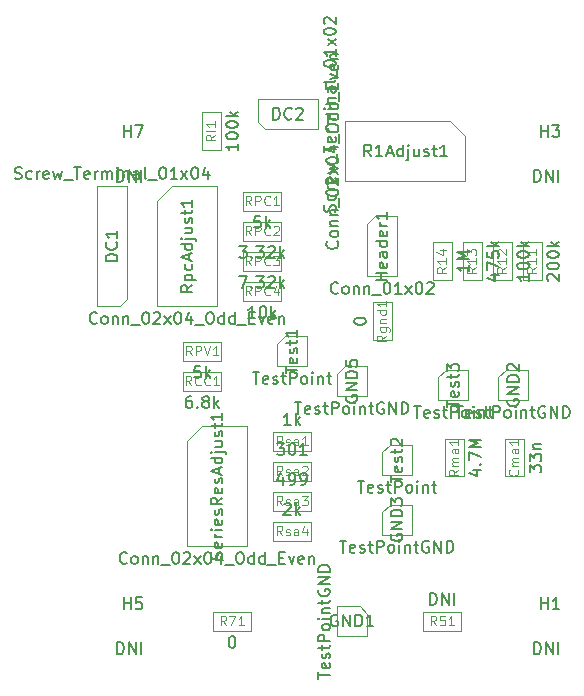
<source format=gbr>
G04 #@! TF.GenerationSoftware,KiCad,Pcbnew,(6.0.5)*
G04 #@! TF.CreationDate,2022-06-17T10:27:33-05:00*
G04 #@! TF.ProjectId,model_cell,6d6f6465-6c5f-4636-956c-6c2e6b696361,rev?*
G04 #@! TF.SameCoordinates,Original*
G04 #@! TF.FileFunction,AssemblyDrawing,Top*
%FSLAX46Y46*%
G04 Gerber Fmt 4.6, Leading zero omitted, Abs format (unit mm)*
G04 Created by KiCad (PCBNEW (6.0.5)) date 2022-06-17 10:27:33*
%MOMM*%
%LPD*%
G01*
G04 APERTURE LIST*
%ADD10C,0.150000*%
%ADD11C,0.120000*%
%ADD12C,0.100000*%
G04 APERTURE END LIST*
D10*
X38285390Y39747619D02*
X38285390Y40747619D01*
X38523485Y40747619D01*
X38666342Y40700000D01*
X38761580Y40604761D01*
X38809200Y40509523D01*
X38856819Y40319047D01*
X38856819Y40176190D01*
X38809200Y39985714D01*
X38761580Y39890476D01*
X38666342Y39795238D01*
X38523485Y39747619D01*
X38285390Y39747619D01*
X39285390Y39747619D02*
X39285390Y40747619D01*
X39856819Y39747619D01*
X39856819Y40747619D01*
X40333009Y39747619D02*
X40333009Y40747619D01*
X38847295Y43547619D02*
X38847295Y44547619D01*
X38847295Y44071428D02*
X39418723Y44071428D01*
X39418723Y43547619D02*
X39418723Y44547619D01*
X39799676Y44547619D02*
X40418723Y44547619D01*
X40085390Y44166666D01*
X40228247Y44166666D01*
X40323485Y44119047D01*
X40371104Y44071428D01*
X40418723Y43976190D01*
X40418723Y43738095D01*
X40371104Y43642857D01*
X40323485Y43595238D01*
X40228247Y43547619D01*
X39942533Y43547619D01*
X39847295Y43595238D01*
X39799676Y43642857D01*
X2976190Y-252380D02*
X2976190Y747619D01*
X3214285Y747619D01*
X3357142Y700000D01*
X3452380Y604761D01*
X3500000Y509523D01*
X3547619Y319047D01*
X3547619Y176190D01*
X3500000Y-14285D01*
X3452380Y-109523D01*
X3357142Y-204761D01*
X3214285Y-252380D01*
X2976190Y-252380D01*
X3976190Y-252380D02*
X3976190Y747619D01*
X4547619Y-252380D01*
X4547619Y747619D01*
X5023809Y-252380D02*
X5023809Y747619D01*
X3538095Y3547619D02*
X3538095Y4547619D01*
X3538095Y4071428D02*
X4109523Y4071428D01*
X4109523Y3547619D02*
X4109523Y4547619D01*
X5061904Y4547619D02*
X4585714Y4547619D01*
X4538095Y4071428D01*
X4585714Y4119047D01*
X4680952Y4166666D01*
X4919047Y4166666D01*
X5014285Y4119047D01*
X5061904Y4071428D01*
X5109523Y3976190D01*
X5109523Y3738095D01*
X5061904Y3642857D01*
X5014285Y3595238D01*
X4919047Y3547619D01*
X4680952Y3547619D01*
X4585714Y3595238D01*
X4538095Y3642857D01*
X2976190Y39747619D02*
X2976190Y40747619D01*
X3214285Y40747619D01*
X3357142Y40700000D01*
X3452380Y40604761D01*
X3500000Y40509523D01*
X3547619Y40319047D01*
X3547619Y40176190D01*
X3500000Y39985714D01*
X3452380Y39890476D01*
X3357142Y39795238D01*
X3214285Y39747619D01*
X2976190Y39747619D01*
X3976190Y39747619D02*
X3976190Y40747619D01*
X4547619Y39747619D01*
X4547619Y40747619D01*
X5023809Y39747619D02*
X5023809Y40747619D01*
X3538095Y43547619D02*
X3538095Y44547619D01*
X3538095Y44071428D02*
X4109523Y44071428D01*
X4109523Y43547619D02*
X4109523Y44547619D01*
X4490476Y44547619D02*
X5157142Y44547619D01*
X4728571Y43547619D01*
X29456190Y3907619D02*
X29456190Y4907619D01*
X29694285Y4907619D01*
X29837142Y4860000D01*
X29932380Y4764761D01*
X29980000Y4669523D01*
X30027619Y4479047D01*
X30027619Y4336190D01*
X29980000Y4145714D01*
X29932380Y4050476D01*
X29837142Y3955238D01*
X29694285Y3907619D01*
X29456190Y3907619D01*
X30456190Y3907619D02*
X30456190Y4907619D01*
X31027619Y3907619D01*
X31027619Y4907619D01*
X31503809Y3907619D02*
X31503809Y4907619D01*
D11*
X29965714Y2178095D02*
X29699047Y2559047D01*
X29508571Y2178095D02*
X29508571Y2978095D01*
X29813333Y2978095D01*
X29889523Y2940000D01*
X29927619Y2901904D01*
X29965714Y2825714D01*
X29965714Y2711428D01*
X29927619Y2635238D01*
X29889523Y2597142D01*
X29813333Y2559047D01*
X29508571Y2559047D01*
X30689523Y2978095D02*
X30308571Y2978095D01*
X30270476Y2597142D01*
X30308571Y2635238D01*
X30384761Y2673333D01*
X30575238Y2673333D01*
X30651428Y2635238D01*
X30689523Y2597142D01*
X30727619Y2520952D01*
X30727619Y2330476D01*
X30689523Y2254285D01*
X30651428Y2216190D01*
X30575238Y2178095D01*
X30384761Y2178095D01*
X30308571Y2216190D01*
X30270476Y2254285D01*
X31489523Y2178095D02*
X31032380Y2178095D01*
X31260952Y2178095D02*
X31260952Y2978095D01*
X31184761Y2863809D01*
X31108571Y2787619D01*
X31032380Y2749523D01*
D10*
X38285390Y-252380D02*
X38285390Y747619D01*
X38523485Y747619D01*
X38666342Y700000D01*
X38761580Y604761D01*
X38809200Y509523D01*
X38856819Y319047D01*
X38856819Y176190D01*
X38809200Y-14285D01*
X38761580Y-109523D01*
X38666342Y-204761D01*
X38523485Y-252380D01*
X38285390Y-252380D01*
X39285390Y-252380D02*
X39285390Y747619D01*
X39856819Y-252380D01*
X39856819Y747619D01*
X40333009Y-252380D02*
X40333009Y747619D01*
X38847295Y3547619D02*
X38847295Y4547619D01*
X38847295Y4071428D02*
X39418723Y4071428D01*
X39418723Y3547619D02*
X39418723Y4547619D01*
X40418723Y3547619D02*
X39847295Y3547619D01*
X40133009Y3547619D02*
X40133009Y4547619D01*
X40037771Y4404761D01*
X39942533Y4309523D01*
X39847295Y4261904D01*
X17018095Y14734285D02*
X17018095Y14067619D01*
X16780000Y15115238D02*
X16541904Y14400952D01*
X17160952Y14400952D01*
X17589523Y14067619D02*
X17780000Y14067619D01*
X17875238Y14115238D01*
X17922857Y14162857D01*
X18018095Y14305714D01*
X18065714Y14496190D01*
X18065714Y14877142D01*
X18018095Y14972380D01*
X17970476Y15020000D01*
X17875238Y15067619D01*
X17684761Y15067619D01*
X17589523Y15020000D01*
X17541904Y14972380D01*
X17494285Y14877142D01*
X17494285Y14639047D01*
X17541904Y14543809D01*
X17589523Y14496190D01*
X17684761Y14448571D01*
X17875238Y14448571D01*
X17970476Y14496190D01*
X18018095Y14543809D01*
X18065714Y14639047D01*
X18541904Y14067619D02*
X18732380Y14067619D01*
X18827619Y14115238D01*
X18875238Y14162857D01*
X18970476Y14305714D01*
X19018095Y14496190D01*
X19018095Y14877142D01*
X18970476Y14972380D01*
X18922857Y15020000D01*
X18827619Y15067619D01*
X18637142Y15067619D01*
X18541904Y15020000D01*
X18494285Y14972380D01*
X18446666Y14877142D01*
X18446666Y14639047D01*
X18494285Y14543809D01*
X18541904Y14496190D01*
X18637142Y14448571D01*
X18827619Y14448571D01*
X18922857Y14496190D01*
X18970476Y14543809D01*
X19018095Y14639047D01*
D11*
X16960952Y12338095D02*
X16694285Y12719047D01*
X16503809Y12338095D02*
X16503809Y13138095D01*
X16808571Y13138095D01*
X16884761Y13100000D01*
X16922857Y13061904D01*
X16960952Y12985714D01*
X16960952Y12871428D01*
X16922857Y12795238D01*
X16884761Y12757142D01*
X16808571Y12719047D01*
X16503809Y12719047D01*
X17265714Y12376190D02*
X17341904Y12338095D01*
X17494285Y12338095D01*
X17570476Y12376190D01*
X17608571Y12452380D01*
X17608571Y12490476D01*
X17570476Y12566666D01*
X17494285Y12604761D01*
X17380000Y12604761D01*
X17303809Y12642857D01*
X17265714Y12719047D01*
X17265714Y12757142D01*
X17303809Y12833333D01*
X17380000Y12871428D01*
X17494285Y12871428D01*
X17570476Y12833333D01*
X18294285Y12338095D02*
X18294285Y12757142D01*
X18256190Y12833333D01*
X18180000Y12871428D01*
X18027619Y12871428D01*
X17951428Y12833333D01*
X18294285Y12376190D02*
X18218095Y12338095D01*
X18027619Y12338095D01*
X17951428Y12376190D01*
X17913333Y12452380D01*
X17913333Y12528571D01*
X17951428Y12604761D01*
X18027619Y12642857D01*
X18218095Y12642857D01*
X18294285Y12680952D01*
X18599047Y13138095D02*
X19094285Y13138095D01*
X18827619Y12833333D01*
X18941904Y12833333D01*
X19018095Y12795238D01*
X19056190Y12757142D01*
X19094285Y12680952D01*
X19094285Y12490476D01*
X19056190Y12414285D01*
X19018095Y12376190D01*
X18941904Y12338095D01*
X18713333Y12338095D01*
X18637142Y12376190D01*
X18599047Y12414285D01*
D10*
X17089523Y12432380D02*
X17137142Y12480000D01*
X17232380Y12527619D01*
X17470476Y12527619D01*
X17565714Y12480000D01*
X17613333Y12432380D01*
X17660952Y12337142D01*
X17660952Y12241904D01*
X17613333Y12099047D01*
X17041904Y11527619D01*
X17660952Y11527619D01*
X18089523Y11527619D02*
X18089523Y12527619D01*
X18184761Y11908571D02*
X18470476Y11527619D01*
X18470476Y12194285D02*
X18089523Y11813333D01*
D11*
X16960952Y9798095D02*
X16694285Y10179047D01*
X16503809Y9798095D02*
X16503809Y10598095D01*
X16808571Y10598095D01*
X16884761Y10560000D01*
X16922857Y10521904D01*
X16960952Y10445714D01*
X16960952Y10331428D01*
X16922857Y10255238D01*
X16884761Y10217142D01*
X16808571Y10179047D01*
X16503809Y10179047D01*
X17265714Y9836190D02*
X17341904Y9798095D01*
X17494285Y9798095D01*
X17570476Y9836190D01*
X17608571Y9912380D01*
X17608571Y9950476D01*
X17570476Y10026666D01*
X17494285Y10064761D01*
X17380000Y10064761D01*
X17303809Y10102857D01*
X17265714Y10179047D01*
X17265714Y10217142D01*
X17303809Y10293333D01*
X17380000Y10331428D01*
X17494285Y10331428D01*
X17570476Y10293333D01*
X18294285Y9798095D02*
X18294285Y10217142D01*
X18256190Y10293333D01*
X18180000Y10331428D01*
X18027619Y10331428D01*
X17951428Y10293333D01*
X18294285Y9836190D02*
X18218095Y9798095D01*
X18027619Y9798095D01*
X17951428Y9836190D01*
X17913333Y9912380D01*
X17913333Y9988571D01*
X17951428Y10064761D01*
X18027619Y10102857D01*
X18218095Y10102857D01*
X18294285Y10140952D01*
X19018095Y10331428D02*
X19018095Y9798095D01*
X18827619Y10636190D02*
X18637142Y10064761D01*
X19132380Y10064761D01*
D10*
X19982380Y-2317142D02*
X19982380Y-1745714D01*
X20982380Y-2031428D02*
X19982380Y-2031428D01*
X20934761Y-1031428D02*
X20982380Y-1126666D01*
X20982380Y-1317142D01*
X20934761Y-1412380D01*
X20839523Y-1460000D01*
X20458571Y-1460000D01*
X20363333Y-1412380D01*
X20315714Y-1317142D01*
X20315714Y-1126666D01*
X20363333Y-1031428D01*
X20458571Y-983809D01*
X20553809Y-983809D01*
X20649047Y-1460000D01*
X20934761Y-602857D02*
X20982380Y-507619D01*
X20982380Y-317142D01*
X20934761Y-221904D01*
X20839523Y-174285D01*
X20791904Y-174285D01*
X20696666Y-221904D01*
X20649047Y-317142D01*
X20649047Y-460000D01*
X20601428Y-555238D01*
X20506190Y-602857D01*
X20458571Y-602857D01*
X20363333Y-555238D01*
X20315714Y-460000D01*
X20315714Y-317142D01*
X20363333Y-221904D01*
X20315714Y111428D02*
X20315714Y492380D01*
X19982380Y254285D02*
X20839523Y254285D01*
X20934761Y301904D01*
X20982380Y397142D01*
X20982380Y492380D01*
X20982380Y825714D02*
X19982380Y825714D01*
X19982380Y1206666D01*
X20030000Y1301904D01*
X20077619Y1349523D01*
X20172857Y1397142D01*
X20315714Y1397142D01*
X20410952Y1349523D01*
X20458571Y1301904D01*
X20506190Y1206666D01*
X20506190Y825714D01*
X20982380Y1968571D02*
X20934761Y1873333D01*
X20887142Y1825714D01*
X20791904Y1778095D01*
X20506190Y1778095D01*
X20410952Y1825714D01*
X20363333Y1873333D01*
X20315714Y1968571D01*
X20315714Y2111428D01*
X20363333Y2206666D01*
X20410952Y2254285D01*
X20506190Y2301904D01*
X20791904Y2301904D01*
X20887142Y2254285D01*
X20934761Y2206666D01*
X20982380Y2111428D01*
X20982380Y1968571D01*
X20982380Y2730476D02*
X20315714Y2730476D01*
X19982380Y2730476D02*
X20030000Y2682857D01*
X20077619Y2730476D01*
X20030000Y2778095D01*
X19982380Y2730476D01*
X20077619Y2730476D01*
X20315714Y3206666D02*
X20982380Y3206666D01*
X20410952Y3206666D02*
X20363333Y3254285D01*
X20315714Y3349523D01*
X20315714Y3492380D01*
X20363333Y3587619D01*
X20458571Y3635238D01*
X20982380Y3635238D01*
X20315714Y3968571D02*
X20315714Y4349523D01*
X19982380Y4111428D02*
X20839523Y4111428D01*
X20934761Y4159047D01*
X20982380Y4254285D01*
X20982380Y4349523D01*
X20030000Y5206666D02*
X19982380Y5111428D01*
X19982380Y4968571D01*
X20030000Y4825714D01*
X20125238Y4730476D01*
X20220476Y4682857D01*
X20410952Y4635238D01*
X20553809Y4635238D01*
X20744285Y4682857D01*
X20839523Y4730476D01*
X20934761Y4825714D01*
X20982380Y4968571D01*
X20982380Y5063809D01*
X20934761Y5206666D01*
X20887142Y5254285D01*
X20553809Y5254285D01*
X20553809Y5063809D01*
X20982380Y5682857D02*
X19982380Y5682857D01*
X20982380Y6254285D01*
X19982380Y6254285D01*
X20982380Y6730476D02*
X19982380Y6730476D01*
X19982380Y6968571D01*
X20030000Y7111428D01*
X20125238Y7206666D01*
X20220476Y7254285D01*
X20410952Y7301904D01*
X20553809Y7301904D01*
X20744285Y7254285D01*
X20839523Y7206666D01*
X20934761Y7111428D01*
X20982380Y6968571D01*
X20982380Y6730476D01*
X21621904Y3040000D02*
X21526666Y3087619D01*
X21383809Y3087619D01*
X21240952Y3040000D01*
X21145714Y2944761D01*
X21098095Y2849523D01*
X21050476Y2659047D01*
X21050476Y2516190D01*
X21098095Y2325714D01*
X21145714Y2230476D01*
X21240952Y2135238D01*
X21383809Y2087619D01*
X21479047Y2087619D01*
X21621904Y2135238D01*
X21669523Y2182857D01*
X21669523Y2516190D01*
X21479047Y2516190D01*
X22098095Y2087619D02*
X22098095Y3087619D01*
X22669523Y2087619D01*
X22669523Y3087619D01*
X23145714Y2087619D02*
X23145714Y3087619D01*
X23383809Y3087619D01*
X23526666Y3040000D01*
X23621904Y2944761D01*
X23669523Y2849523D01*
X23717142Y2659047D01*
X23717142Y2516190D01*
X23669523Y2325714D01*
X23621904Y2230476D01*
X23526666Y2135238D01*
X23383809Y2087619D01*
X23145714Y2087619D01*
X24669523Y2087619D02*
X24098095Y2087619D01*
X24383809Y2087619D02*
X24383809Y3087619D01*
X24288571Y2944761D01*
X24193333Y2849523D01*
X24098095Y2801904D01*
X16494285Y17607619D02*
X17113333Y17607619D01*
X16780000Y17226666D01*
X16922857Y17226666D01*
X17018095Y17179047D01*
X17065714Y17131428D01*
X17113333Y17036190D01*
X17113333Y16798095D01*
X17065714Y16702857D01*
X17018095Y16655238D01*
X16922857Y16607619D01*
X16637142Y16607619D01*
X16541904Y16655238D01*
X16494285Y16702857D01*
X17732380Y17607619D02*
X17827619Y17607619D01*
X17922857Y17560000D01*
X17970476Y17512380D01*
X18018095Y17417142D01*
X18065714Y17226666D01*
X18065714Y16988571D01*
X18018095Y16798095D01*
X17970476Y16702857D01*
X17922857Y16655238D01*
X17827619Y16607619D01*
X17732380Y16607619D01*
X17637142Y16655238D01*
X17589523Y16702857D01*
X17541904Y16798095D01*
X17494285Y16988571D01*
X17494285Y17226666D01*
X17541904Y17417142D01*
X17589523Y17512380D01*
X17637142Y17560000D01*
X17732380Y17607619D01*
X19018095Y16607619D02*
X18446666Y16607619D01*
X18732380Y16607619D02*
X18732380Y17607619D01*
X18637142Y17464761D01*
X18541904Y17369523D01*
X18446666Y17321904D01*
D11*
X16960952Y14878095D02*
X16694285Y15259047D01*
X16503809Y14878095D02*
X16503809Y15678095D01*
X16808571Y15678095D01*
X16884761Y15640000D01*
X16922857Y15601904D01*
X16960952Y15525714D01*
X16960952Y15411428D01*
X16922857Y15335238D01*
X16884761Y15297142D01*
X16808571Y15259047D01*
X16503809Y15259047D01*
X17265714Y14916190D02*
X17341904Y14878095D01*
X17494285Y14878095D01*
X17570476Y14916190D01*
X17608571Y14992380D01*
X17608571Y15030476D01*
X17570476Y15106666D01*
X17494285Y15144761D01*
X17380000Y15144761D01*
X17303809Y15182857D01*
X17265714Y15259047D01*
X17265714Y15297142D01*
X17303809Y15373333D01*
X17380000Y15411428D01*
X17494285Y15411428D01*
X17570476Y15373333D01*
X18294285Y14878095D02*
X18294285Y15297142D01*
X18256190Y15373333D01*
X18180000Y15411428D01*
X18027619Y15411428D01*
X17951428Y15373333D01*
X18294285Y14916190D02*
X18218095Y14878095D01*
X18027619Y14878095D01*
X17951428Y14916190D01*
X17913333Y14992380D01*
X17913333Y15068571D01*
X17951428Y15144761D01*
X18027619Y15182857D01*
X18218095Y15182857D01*
X18294285Y15220952D01*
X18637142Y15601904D02*
X18675238Y15640000D01*
X18751428Y15678095D01*
X18941904Y15678095D01*
X19018095Y15640000D01*
X19056190Y15601904D01*
X19094285Y15525714D01*
X19094285Y15449523D01*
X19056190Y15335238D01*
X18599047Y14878095D01*
X19094285Y14878095D01*
D10*
X37881443Y15132457D02*
X37881443Y15751504D01*
X38262396Y15418171D01*
X38262396Y15561028D01*
X38310015Y15656266D01*
X38357634Y15703885D01*
X38452872Y15751504D01*
X38690967Y15751504D01*
X38786205Y15703885D01*
X38833824Y15656266D01*
X38881443Y15561028D01*
X38881443Y15275314D01*
X38833824Y15180076D01*
X38786205Y15132457D01*
X37881443Y16084838D02*
X37881443Y16703885D01*
X38262396Y16370552D01*
X38262396Y16513409D01*
X38310015Y16608647D01*
X38357634Y16656266D01*
X38452872Y16703885D01*
X38690967Y16703885D01*
X38786205Y16656266D01*
X38833824Y16608647D01*
X38881443Y16513409D01*
X38881443Y16227695D01*
X38833824Y16132457D01*
X38786205Y16084838D01*
X38214777Y17132457D02*
X38881443Y17132457D01*
X38310015Y17132457D02*
X38262396Y17180076D01*
X38214777Y17275314D01*
X38214777Y17418171D01*
X38262396Y17513409D01*
X38357634Y17561028D01*
X38881443Y17561028D01*
D11*
X36864777Y15365790D02*
X36902872Y15327695D01*
X36940967Y15213409D01*
X36940967Y15137219D01*
X36902872Y15022933D01*
X36826682Y14946742D01*
X36750491Y14908647D01*
X36598110Y14870552D01*
X36483824Y14870552D01*
X36331443Y14908647D01*
X36255253Y14946742D01*
X36179063Y15022933D01*
X36140967Y15137219D01*
X36140967Y15213409D01*
X36179063Y15327695D01*
X36217158Y15365790D01*
X36940967Y15708647D02*
X36407634Y15708647D01*
X36483824Y15708647D02*
X36445729Y15746742D01*
X36407634Y15822933D01*
X36407634Y15937219D01*
X36445729Y16013409D01*
X36521920Y16051504D01*
X36940967Y16051504D01*
X36521920Y16051504D02*
X36445729Y16089600D01*
X36407634Y16165790D01*
X36407634Y16280076D01*
X36445729Y16356266D01*
X36521920Y16394362D01*
X36940967Y16394362D01*
X36940967Y17118171D02*
X36521920Y17118171D01*
X36445729Y17080076D01*
X36407634Y17003885D01*
X36407634Y16851504D01*
X36445729Y16775314D01*
X36902872Y17118171D02*
X36940967Y17041981D01*
X36940967Y16851504D01*
X36902872Y16775314D01*
X36826682Y16737219D01*
X36750491Y16737219D01*
X36674301Y16775314D01*
X36636205Y16851504D01*
X36636205Y17041981D01*
X36598110Y17118171D01*
X36940967Y17918171D02*
X36940967Y17461028D01*
X36940967Y17689600D02*
X36140967Y17689600D01*
X36255253Y17613409D01*
X36331443Y17537219D01*
X36369539Y17461028D01*
D10*
X21661904Y30332857D02*
X21614285Y30285238D01*
X21471428Y30237619D01*
X21376190Y30237619D01*
X21233333Y30285238D01*
X21138095Y30380476D01*
X21090476Y30475714D01*
X21042857Y30666190D01*
X21042857Y30809047D01*
X21090476Y30999523D01*
X21138095Y31094761D01*
X21233333Y31190000D01*
X21376190Y31237619D01*
X21471428Y31237619D01*
X21614285Y31190000D01*
X21661904Y31142380D01*
X22233333Y30237619D02*
X22138095Y30285238D01*
X22090476Y30332857D01*
X22042857Y30428095D01*
X22042857Y30713809D01*
X22090476Y30809047D01*
X22138095Y30856666D01*
X22233333Y30904285D01*
X22376190Y30904285D01*
X22471428Y30856666D01*
X22519047Y30809047D01*
X22566666Y30713809D01*
X22566666Y30428095D01*
X22519047Y30332857D01*
X22471428Y30285238D01*
X22376190Y30237619D01*
X22233333Y30237619D01*
X22995238Y30904285D02*
X22995238Y30237619D01*
X22995238Y30809047D02*
X23042857Y30856666D01*
X23138095Y30904285D01*
X23280952Y30904285D01*
X23376190Y30856666D01*
X23423809Y30761428D01*
X23423809Y30237619D01*
X23900000Y30904285D02*
X23900000Y30237619D01*
X23900000Y30809047D02*
X23947619Y30856666D01*
X24042857Y30904285D01*
X24185714Y30904285D01*
X24280952Y30856666D01*
X24328571Y30761428D01*
X24328571Y30237619D01*
X24566666Y30142380D02*
X25328571Y30142380D01*
X25757142Y31237619D02*
X25852380Y31237619D01*
X25947619Y31190000D01*
X25995238Y31142380D01*
X26042857Y31047142D01*
X26090476Y30856666D01*
X26090476Y30618571D01*
X26042857Y30428095D01*
X25995238Y30332857D01*
X25947619Y30285238D01*
X25852380Y30237619D01*
X25757142Y30237619D01*
X25661904Y30285238D01*
X25614285Y30332857D01*
X25566666Y30428095D01*
X25519047Y30618571D01*
X25519047Y30856666D01*
X25566666Y31047142D01*
X25614285Y31142380D01*
X25661904Y31190000D01*
X25757142Y31237619D01*
X27042857Y30237619D02*
X26471428Y30237619D01*
X26757142Y30237619D02*
X26757142Y31237619D01*
X26661904Y31094761D01*
X26566666Y30999523D01*
X26471428Y30951904D01*
X27376190Y30237619D02*
X27900000Y30904285D01*
X27376190Y30904285D02*
X27900000Y30237619D01*
X28471428Y31237619D02*
X28566666Y31237619D01*
X28661904Y31190000D01*
X28709523Y31142380D01*
X28757142Y31047142D01*
X28804761Y30856666D01*
X28804761Y30618571D01*
X28757142Y30428095D01*
X28709523Y30332857D01*
X28661904Y30285238D01*
X28566666Y30237619D01*
X28471428Y30237619D01*
X28376190Y30285238D01*
X28328571Y30332857D01*
X28280952Y30428095D01*
X28233333Y30618571D01*
X28233333Y30856666D01*
X28280952Y31047142D01*
X28328571Y31142380D01*
X28376190Y31190000D01*
X28471428Y31237619D01*
X29185714Y31142380D02*
X29233333Y31190000D01*
X29328571Y31237619D01*
X29566666Y31237619D01*
X29661904Y31190000D01*
X29709523Y31142380D01*
X29757142Y31047142D01*
X29757142Y30951904D01*
X29709523Y30809047D01*
X29138095Y30237619D01*
X29757142Y30237619D01*
X25852380Y31456666D02*
X24852380Y31456666D01*
X25328571Y31456666D02*
X25328571Y32028095D01*
X25852380Y32028095D02*
X24852380Y32028095D01*
X25804761Y32885238D02*
X25852380Y32790000D01*
X25852380Y32599523D01*
X25804761Y32504285D01*
X25709523Y32456666D01*
X25328571Y32456666D01*
X25233333Y32504285D01*
X25185714Y32599523D01*
X25185714Y32790000D01*
X25233333Y32885238D01*
X25328571Y32932857D01*
X25423809Y32932857D01*
X25519047Y32456666D01*
X25852380Y33790000D02*
X25328571Y33790000D01*
X25233333Y33742380D01*
X25185714Y33647142D01*
X25185714Y33456666D01*
X25233333Y33361428D01*
X25804761Y33790000D02*
X25852380Y33694761D01*
X25852380Y33456666D01*
X25804761Y33361428D01*
X25709523Y33313809D01*
X25614285Y33313809D01*
X25519047Y33361428D01*
X25471428Y33456666D01*
X25471428Y33694761D01*
X25423809Y33790000D01*
X25852380Y34694761D02*
X24852380Y34694761D01*
X25804761Y34694761D02*
X25852380Y34599523D01*
X25852380Y34409047D01*
X25804761Y34313809D01*
X25757142Y34266190D01*
X25661904Y34218571D01*
X25376190Y34218571D01*
X25280952Y34266190D01*
X25233333Y34313809D01*
X25185714Y34409047D01*
X25185714Y34599523D01*
X25233333Y34694761D01*
X25804761Y35551904D02*
X25852380Y35456666D01*
X25852380Y35266190D01*
X25804761Y35170952D01*
X25709523Y35123333D01*
X25328571Y35123333D01*
X25233333Y35170952D01*
X25185714Y35266190D01*
X25185714Y35456666D01*
X25233333Y35551904D01*
X25328571Y35599523D01*
X25423809Y35599523D01*
X25519047Y35123333D01*
X25852380Y36028095D02*
X25185714Y36028095D01*
X25376190Y36028095D02*
X25280952Y36075714D01*
X25233333Y36123333D01*
X25185714Y36218571D01*
X25185714Y36313809D01*
X25852380Y37170952D02*
X25852380Y36599523D01*
X25852380Y36885238D02*
X24852380Y36885238D01*
X24995238Y36790000D01*
X25090476Y36694761D01*
X25138095Y36599523D01*
X32752380Y32734285D02*
X32752380Y32162857D01*
X32752380Y32448571D02*
X31752380Y32448571D01*
X31895238Y32353333D01*
X31990476Y32258095D01*
X32038095Y32162857D01*
X32752380Y33162857D02*
X31752380Y33162857D01*
X32466666Y33496190D01*
X31752380Y33829523D01*
X32752380Y33829523D01*
D11*
X30841904Y32505714D02*
X30460952Y32239047D01*
X30841904Y32048571D02*
X30041904Y32048571D01*
X30041904Y32353333D01*
X30080000Y32429523D01*
X30118095Y32467619D01*
X30194285Y32505714D01*
X30308571Y32505714D01*
X30384761Y32467619D01*
X30422857Y32429523D01*
X30460952Y32353333D01*
X30460952Y32048571D01*
X30841904Y33267619D02*
X30841904Y32810476D01*
X30841904Y33039047D02*
X30041904Y33039047D01*
X30156190Y32962857D01*
X30232380Y32886666D01*
X30270476Y32810476D01*
X30308571Y33953333D02*
X30841904Y33953333D01*
X30003809Y33762857D02*
X30575238Y33572380D01*
X30575238Y34067619D01*
D10*
X9993333Y24127619D02*
X9517142Y24127619D01*
X9469523Y23651428D01*
X9517142Y23699047D01*
X9612380Y23746666D01*
X9850476Y23746666D01*
X9945714Y23699047D01*
X9993333Y23651428D01*
X10040952Y23556190D01*
X10040952Y23318095D01*
X9993333Y23222857D01*
X9945714Y23175238D01*
X9850476Y23127619D01*
X9612380Y23127619D01*
X9517142Y23175238D01*
X9469523Y23222857D01*
X10469523Y23127619D02*
X10469523Y24127619D01*
X10564761Y23508571D02*
X10850476Y23127619D01*
X10850476Y23794285D02*
X10469523Y23413333D01*
D11*
X9283809Y25038095D02*
X9017142Y25419047D01*
X8826666Y25038095D02*
X8826666Y25838095D01*
X9131428Y25838095D01*
X9207619Y25800000D01*
X9245714Y25761904D01*
X9283809Y25685714D01*
X9283809Y25571428D01*
X9245714Y25495238D01*
X9207619Y25457142D01*
X9131428Y25419047D01*
X8826666Y25419047D01*
X9626666Y25038095D02*
X9626666Y25838095D01*
X9931428Y25838095D01*
X10007619Y25800000D01*
X10045714Y25761904D01*
X10083809Y25685714D01*
X10083809Y25571428D01*
X10045714Y25495238D01*
X10007619Y25457142D01*
X9931428Y25419047D01*
X9626666Y25419047D01*
X10312380Y25838095D02*
X10579047Y25038095D01*
X10845714Y25838095D01*
X11531428Y25038095D02*
X11074285Y25038095D01*
X11302857Y25038095D02*
X11302857Y25838095D01*
X11226666Y25723809D01*
X11150476Y25647619D01*
X11074285Y25609523D01*
D10*
X21809516Y9348418D02*
X22380944Y9348418D01*
X22095230Y8348418D02*
X22095230Y9348418D01*
X23095230Y8396037D02*
X22999992Y8348418D01*
X22809516Y8348418D01*
X22714278Y8396037D01*
X22666659Y8491275D01*
X22666659Y8872227D01*
X22714278Y8967465D01*
X22809516Y9015084D01*
X22999992Y9015084D01*
X23095230Y8967465D01*
X23142849Y8872227D01*
X23142849Y8776989D01*
X22666659Y8681751D01*
X23523801Y8396037D02*
X23619039Y8348418D01*
X23809516Y8348418D01*
X23904754Y8396037D01*
X23952373Y8491275D01*
X23952373Y8538894D01*
X23904754Y8634132D01*
X23809516Y8681751D01*
X23666659Y8681751D01*
X23571420Y8729370D01*
X23523801Y8824608D01*
X23523801Y8872227D01*
X23571420Y8967465D01*
X23666659Y9015084D01*
X23809516Y9015084D01*
X23904754Y8967465D01*
X24238087Y9015084D02*
X24619039Y9015084D01*
X24380944Y9348418D02*
X24380944Y8491275D01*
X24428563Y8396037D01*
X24523801Y8348418D01*
X24619039Y8348418D01*
X24952373Y8348418D02*
X24952373Y9348418D01*
X25333325Y9348418D01*
X25428563Y9300799D01*
X25476182Y9253179D01*
X25523801Y9157941D01*
X25523801Y9015084D01*
X25476182Y8919846D01*
X25428563Y8872227D01*
X25333325Y8824608D01*
X24952373Y8824608D01*
X26095230Y8348418D02*
X25999992Y8396037D01*
X25952373Y8443656D01*
X25904754Y8538894D01*
X25904754Y8824608D01*
X25952373Y8919846D01*
X25999992Y8967465D01*
X26095230Y9015084D01*
X26238087Y9015084D01*
X26333325Y8967465D01*
X26380944Y8919846D01*
X26428563Y8824608D01*
X26428563Y8538894D01*
X26380944Y8443656D01*
X26333325Y8396037D01*
X26238087Y8348418D01*
X26095230Y8348418D01*
X26857135Y8348418D02*
X26857135Y9015084D01*
X26857135Y9348418D02*
X26809516Y9300799D01*
X26857135Y9253179D01*
X26904754Y9300799D01*
X26857135Y9348418D01*
X26857135Y9253179D01*
X27333325Y9015084D02*
X27333325Y8348418D01*
X27333325Y8919846D02*
X27380944Y8967465D01*
X27476182Y9015084D01*
X27619039Y9015084D01*
X27714278Y8967465D01*
X27761897Y8872227D01*
X27761897Y8348418D01*
X28095230Y9015084D02*
X28476182Y9015084D01*
X28238087Y9348418D02*
X28238087Y8491275D01*
X28285706Y8396037D01*
X28380944Y8348418D01*
X28476182Y8348418D01*
X29333325Y9300799D02*
X29238087Y9348418D01*
X29095230Y9348418D01*
X28952373Y9300799D01*
X28857135Y9205560D01*
X28809516Y9110322D01*
X28761897Y8919846D01*
X28761897Y8776989D01*
X28809516Y8586513D01*
X28857135Y8491275D01*
X28952373Y8396037D01*
X29095230Y8348418D01*
X29190468Y8348418D01*
X29333325Y8396037D01*
X29380944Y8443656D01*
X29380944Y8776989D01*
X29190468Y8776989D01*
X29809516Y8348418D02*
X29809516Y9348418D01*
X30380944Y8348418D01*
X30380944Y9348418D01*
X30857135Y8348418D02*
X30857135Y9348418D01*
X31095230Y9348418D01*
X31238087Y9300799D01*
X31333325Y9205560D01*
X31380944Y9110322D01*
X31428563Y8919846D01*
X31428563Y8776989D01*
X31380944Y8586513D01*
X31333325Y8491275D01*
X31238087Y8396037D01*
X31095230Y8348418D01*
X30857135Y8348418D01*
X26166659Y9892703D02*
X26119039Y9797465D01*
X26119039Y9654608D01*
X26166659Y9511751D01*
X26261897Y9416513D01*
X26357135Y9368894D01*
X26547611Y9321275D01*
X26690468Y9321275D01*
X26880944Y9368894D01*
X26976182Y9416513D01*
X27071420Y9511751D01*
X27119039Y9654608D01*
X27119039Y9749846D01*
X27071420Y9892703D01*
X27023801Y9940322D01*
X26690468Y9940322D01*
X26690468Y9749846D01*
X27119039Y10368894D02*
X26119039Y10368894D01*
X27119039Y10940322D01*
X26119039Y10940322D01*
X27119039Y11416513D02*
X26119039Y11416513D01*
X26119039Y11654608D01*
X26166659Y11797465D01*
X26261897Y11892703D01*
X26357135Y11940322D01*
X26547611Y11987941D01*
X26690468Y11987941D01*
X26880944Y11940322D01*
X26976182Y11892703D01*
X27071420Y11797465D01*
X27119039Y11654608D01*
X27119039Y11416513D01*
X26119039Y12321275D02*
X26119039Y12940322D01*
X26499992Y12606989D01*
X26499992Y12749846D01*
X26547611Y12845084D01*
X26595230Y12892703D01*
X26690468Y12940322D01*
X26928563Y12940322D01*
X27023801Y12892703D01*
X27071420Y12845084D01*
X27119039Y12749846D01*
X27119039Y12464132D01*
X27071420Y12368894D01*
X27023801Y12321275D01*
X21590069Y34698105D02*
X21637688Y34650486D01*
X21685307Y34507629D01*
X21685307Y34412391D01*
X21637688Y34269534D01*
X21542450Y34174296D01*
X21447212Y34126677D01*
X21256736Y34079058D01*
X21113879Y34079058D01*
X20923403Y34126677D01*
X20828165Y34174296D01*
X20732927Y34269534D01*
X20685307Y34412391D01*
X20685307Y34507629D01*
X20732927Y34650486D01*
X20780546Y34698105D01*
X21685307Y35269534D02*
X21637688Y35174296D01*
X21590069Y35126677D01*
X21494831Y35079058D01*
X21209117Y35079058D01*
X21113879Y35126677D01*
X21066260Y35174296D01*
X21018641Y35269534D01*
X21018641Y35412391D01*
X21066260Y35507629D01*
X21113879Y35555248D01*
X21209117Y35602867D01*
X21494831Y35602867D01*
X21590069Y35555248D01*
X21637688Y35507629D01*
X21685307Y35412391D01*
X21685307Y35269534D01*
X21018641Y36031439D02*
X21685307Y36031439D01*
X21113879Y36031439D02*
X21066260Y36079058D01*
X21018641Y36174296D01*
X21018641Y36317153D01*
X21066260Y36412391D01*
X21161498Y36460010D01*
X21685307Y36460010D01*
X21018641Y36936201D02*
X21685307Y36936201D01*
X21113879Y36936201D02*
X21066260Y36983820D01*
X21018641Y37079058D01*
X21018641Y37221915D01*
X21066260Y37317153D01*
X21161498Y37364772D01*
X21685307Y37364772D01*
X21780546Y37602867D02*
X21780546Y38364772D01*
X20685307Y38793343D02*
X20685307Y38888582D01*
X20732927Y38983820D01*
X20780546Y39031439D01*
X20875784Y39079058D01*
X21066260Y39126677D01*
X21304355Y39126677D01*
X21494831Y39079058D01*
X21590069Y39031439D01*
X21637688Y38983820D01*
X21685307Y38888582D01*
X21685307Y38793343D01*
X21637688Y38698105D01*
X21590069Y38650486D01*
X21494831Y38602867D01*
X21304355Y38555248D01*
X21066260Y38555248D01*
X20875784Y38602867D01*
X20780546Y38650486D01*
X20732927Y38698105D01*
X20685307Y38793343D01*
X20780546Y39507629D02*
X20732927Y39555248D01*
X20685307Y39650486D01*
X20685307Y39888582D01*
X20732927Y39983820D01*
X20780546Y40031439D01*
X20875784Y40079058D01*
X20971022Y40079058D01*
X21113879Y40031439D01*
X21685307Y39460010D01*
X21685307Y40079058D01*
X21685307Y40412391D02*
X21018641Y40936201D01*
X21018641Y40412391D02*
X21685307Y40936201D01*
X20685307Y41507629D02*
X20685307Y41602867D01*
X20732927Y41698105D01*
X20780546Y41745724D01*
X20875784Y41793343D01*
X21066260Y41840963D01*
X21304355Y41840963D01*
X21494831Y41793343D01*
X21590069Y41745724D01*
X21637688Y41698105D01*
X21685307Y41602867D01*
X21685307Y41507629D01*
X21637688Y41412391D01*
X21590069Y41364772D01*
X21494831Y41317153D01*
X21304355Y41269534D01*
X21066260Y41269534D01*
X20875784Y41317153D01*
X20780546Y41364772D01*
X20732927Y41412391D01*
X20685307Y41507629D01*
X21018641Y42698105D02*
X21685307Y42698105D01*
X20637688Y42460010D02*
X21351974Y42221915D01*
X21351974Y42840963D01*
X21780546Y42983820D02*
X21780546Y43745724D01*
X20685307Y44174296D02*
X20685307Y44364772D01*
X20732927Y44460010D01*
X20828165Y44555248D01*
X21018641Y44602867D01*
X21351974Y44602867D01*
X21542450Y44555248D01*
X21637688Y44460010D01*
X21685307Y44364772D01*
X21685307Y44174296D01*
X21637688Y44079058D01*
X21542450Y43983820D01*
X21351974Y43936201D01*
X21018641Y43936201D01*
X20828165Y43983820D01*
X20732927Y44079058D01*
X20685307Y44174296D01*
X21685307Y45460010D02*
X20685307Y45460010D01*
X21637688Y45460010D02*
X21685307Y45364772D01*
X21685307Y45174296D01*
X21637688Y45079058D01*
X21590069Y45031439D01*
X21494831Y44983820D01*
X21209117Y44983820D01*
X21113879Y45031439D01*
X21066260Y45079058D01*
X21018641Y45174296D01*
X21018641Y45364772D01*
X21066260Y45460010D01*
X21685307Y46364772D02*
X20685307Y46364772D01*
X21637688Y46364772D02*
X21685307Y46269534D01*
X21685307Y46079058D01*
X21637688Y45983820D01*
X21590069Y45936201D01*
X21494831Y45888582D01*
X21209117Y45888582D01*
X21113879Y45936201D01*
X21066260Y45983820D01*
X21018641Y46079058D01*
X21018641Y46269534D01*
X21066260Y46364772D01*
X21780546Y46602867D02*
X21780546Y47364772D01*
X21161498Y47602867D02*
X21161498Y47936201D01*
X21685307Y48079058D02*
X21685307Y47602867D01*
X20685307Y47602867D01*
X20685307Y48079058D01*
X21018641Y48412391D02*
X21685307Y48650486D01*
X21018641Y48888582D01*
X21637688Y49650486D02*
X21685307Y49555248D01*
X21685307Y49364772D01*
X21637688Y49269534D01*
X21542450Y49221915D01*
X21161498Y49221915D01*
X21066260Y49269534D01*
X21018641Y49364772D01*
X21018641Y49555248D01*
X21066260Y49650486D01*
X21161498Y49698105D01*
X21256736Y49698105D01*
X21351974Y49221915D01*
X21018641Y50126677D02*
X21685307Y50126677D01*
X21113879Y50126677D02*
X21066260Y50174296D01*
X21018641Y50269534D01*
X21018641Y50412391D01*
X21066260Y50507629D01*
X21161498Y50555248D01*
X21685307Y50555248D01*
X24468165Y41888582D02*
X24134831Y42364772D01*
X23896736Y41888582D02*
X23896736Y42888582D01*
X24277688Y42888582D01*
X24372927Y42840963D01*
X24420546Y42793343D01*
X24468165Y42698105D01*
X24468165Y42555248D01*
X24420546Y42460010D01*
X24372927Y42412391D01*
X24277688Y42364772D01*
X23896736Y42364772D01*
X25420546Y41888582D02*
X24849117Y41888582D01*
X25134831Y41888582D02*
X25134831Y42888582D01*
X25039593Y42745724D01*
X24944355Y42650486D01*
X24849117Y42602867D01*
X25801498Y42174296D02*
X26277688Y42174296D01*
X25706260Y41888582D02*
X26039593Y42888582D01*
X26372927Y41888582D01*
X27134831Y41888582D02*
X27134831Y42888582D01*
X27134831Y41936201D02*
X27039593Y41888582D01*
X26849117Y41888582D01*
X26753879Y41936201D01*
X26706260Y41983820D01*
X26658641Y42079058D01*
X26658641Y42364772D01*
X26706260Y42460010D01*
X26753879Y42507629D01*
X26849117Y42555248D01*
X27039593Y42555248D01*
X27134831Y42507629D01*
X27611022Y42555248D02*
X27611022Y41698105D01*
X27563403Y41602867D01*
X27468165Y41555248D01*
X27420546Y41555248D01*
X27611022Y42888582D02*
X27563403Y42840963D01*
X27611022Y42793343D01*
X27658641Y42840963D01*
X27611022Y42888582D01*
X27611022Y42793343D01*
X28515784Y42555248D02*
X28515784Y41888582D01*
X28087212Y42555248D02*
X28087212Y42031439D01*
X28134831Y41936201D01*
X28230069Y41888582D01*
X28372927Y41888582D01*
X28468165Y41936201D01*
X28515784Y41983820D01*
X28944355Y41936201D02*
X29039593Y41888582D01*
X29230069Y41888582D01*
X29325307Y41936201D01*
X29372927Y42031439D01*
X29372927Y42079058D01*
X29325307Y42174296D01*
X29230069Y42221915D01*
X29087212Y42221915D01*
X28991974Y42269534D01*
X28944355Y42364772D01*
X28944355Y42412391D01*
X28991974Y42507629D01*
X29087212Y42555248D01*
X29230069Y42555248D01*
X29325307Y42507629D01*
X29658641Y42555248D02*
X30039593Y42555248D01*
X29801498Y42888582D02*
X29801498Y42031439D01*
X29849117Y41936201D01*
X29944355Y41888582D01*
X30039593Y41888582D01*
X30896736Y41888582D02*
X30325307Y41888582D01*
X30611022Y41888582D02*
X30611022Y42888582D01*
X30515784Y42745724D01*
X30420546Y42650486D01*
X30325307Y42602867D01*
X31662155Y20761342D02*
X32233583Y20761342D01*
X31947869Y19761342D02*
X31947869Y20761342D01*
X32947869Y19808961D02*
X32852631Y19761342D01*
X32662155Y19761342D01*
X32566917Y19808961D01*
X32519298Y19904199D01*
X32519298Y20285151D01*
X32566917Y20380389D01*
X32662155Y20428008D01*
X32852631Y20428008D01*
X32947869Y20380389D01*
X32995488Y20285151D01*
X32995488Y20189913D01*
X32519298Y20094675D01*
X33376440Y19808961D02*
X33471678Y19761342D01*
X33662155Y19761342D01*
X33757393Y19808961D01*
X33805012Y19904199D01*
X33805012Y19951818D01*
X33757393Y20047056D01*
X33662155Y20094675D01*
X33519298Y20094675D01*
X33424059Y20142294D01*
X33376440Y20237532D01*
X33376440Y20285151D01*
X33424059Y20380389D01*
X33519298Y20428008D01*
X33662155Y20428008D01*
X33757393Y20380389D01*
X34090726Y20428008D02*
X34471678Y20428008D01*
X34233583Y20761342D02*
X34233583Y19904199D01*
X34281202Y19808961D01*
X34376440Y19761342D01*
X34471678Y19761342D01*
X34805012Y19761342D02*
X34805012Y20761342D01*
X35185964Y20761342D01*
X35281202Y20713723D01*
X35328821Y20666103D01*
X35376440Y20570865D01*
X35376440Y20428008D01*
X35328821Y20332770D01*
X35281202Y20285151D01*
X35185964Y20237532D01*
X34805012Y20237532D01*
X35947869Y19761342D02*
X35852631Y19808961D01*
X35805012Y19856580D01*
X35757393Y19951818D01*
X35757393Y20237532D01*
X35805012Y20332770D01*
X35852631Y20380389D01*
X35947869Y20428008D01*
X36090726Y20428008D01*
X36185964Y20380389D01*
X36233583Y20332770D01*
X36281202Y20237532D01*
X36281202Y19951818D01*
X36233583Y19856580D01*
X36185964Y19808961D01*
X36090726Y19761342D01*
X35947869Y19761342D01*
X36709774Y19761342D02*
X36709774Y20428008D01*
X36709774Y20761342D02*
X36662155Y20713723D01*
X36709774Y20666103D01*
X36757393Y20713723D01*
X36709774Y20761342D01*
X36709774Y20666103D01*
X37185964Y20428008D02*
X37185964Y19761342D01*
X37185964Y20332770D02*
X37233583Y20380389D01*
X37328821Y20428008D01*
X37471678Y20428008D01*
X37566917Y20380389D01*
X37614536Y20285151D01*
X37614536Y19761342D01*
X37947869Y20428008D02*
X38328821Y20428008D01*
X38090726Y20761342D02*
X38090726Y19904199D01*
X38138345Y19808961D01*
X38233583Y19761342D01*
X38328821Y19761342D01*
X39185964Y20713723D02*
X39090726Y20761342D01*
X38947869Y20761342D01*
X38805012Y20713723D01*
X38709774Y20618484D01*
X38662155Y20523246D01*
X38614536Y20332770D01*
X38614536Y20189913D01*
X38662155Y19999437D01*
X38709774Y19904199D01*
X38805012Y19808961D01*
X38947869Y19761342D01*
X39043107Y19761342D01*
X39185964Y19808961D01*
X39233583Y19856580D01*
X39233583Y20189913D01*
X39043107Y20189913D01*
X39662155Y19761342D02*
X39662155Y20761342D01*
X40233583Y19761342D01*
X40233583Y20761342D01*
X40709774Y19761342D02*
X40709774Y20761342D01*
X40947869Y20761342D01*
X41090726Y20713723D01*
X41185964Y20618484D01*
X41233583Y20523246D01*
X41281202Y20332770D01*
X41281202Y20189913D01*
X41233583Y19999437D01*
X41185964Y19904199D01*
X41090726Y19808961D01*
X40947869Y19761342D01*
X40709774Y19761342D01*
X36019298Y21305627D02*
X35971678Y21210389D01*
X35971678Y21067532D01*
X36019298Y20924675D01*
X36114536Y20829437D01*
X36209774Y20781818D01*
X36400250Y20734199D01*
X36543107Y20734199D01*
X36733583Y20781818D01*
X36828821Y20829437D01*
X36924059Y20924675D01*
X36971678Y21067532D01*
X36971678Y21162770D01*
X36924059Y21305627D01*
X36876440Y21353246D01*
X36543107Y21353246D01*
X36543107Y21162770D01*
X36971678Y21781818D02*
X35971678Y21781818D01*
X36971678Y22353246D01*
X35971678Y22353246D01*
X36971678Y22829437D02*
X35971678Y22829437D01*
X35971678Y23067532D01*
X36019298Y23210389D01*
X36114536Y23305627D01*
X36209774Y23353246D01*
X36400250Y23400865D01*
X36543107Y23400865D01*
X36733583Y23353246D01*
X36828821Y23305627D01*
X36924059Y23210389D01*
X36971678Y23067532D01*
X36971678Y22829437D01*
X36066917Y23781818D02*
X36019298Y23829437D01*
X35971678Y23924675D01*
X35971678Y24162770D01*
X36019298Y24258008D01*
X36066917Y24305627D01*
X36162155Y24353246D01*
X36257393Y24353246D01*
X36400250Y24305627D01*
X36971678Y23734199D01*
X36971678Y24353246D01*
X37832380Y31948571D02*
X37832380Y31377142D01*
X37832380Y31662857D02*
X36832380Y31662857D01*
X36975238Y31567619D01*
X37070476Y31472380D01*
X37118095Y31377142D01*
X36832380Y32567619D02*
X36832380Y32662857D01*
X36880000Y32758095D01*
X36927619Y32805714D01*
X37022857Y32853333D01*
X37213333Y32900952D01*
X37451428Y32900952D01*
X37641904Y32853333D01*
X37737142Y32805714D01*
X37784761Y32758095D01*
X37832380Y32662857D01*
X37832380Y32567619D01*
X37784761Y32472380D01*
X37737142Y32424761D01*
X37641904Y32377142D01*
X37451428Y32329523D01*
X37213333Y32329523D01*
X37022857Y32377142D01*
X36927619Y32424761D01*
X36880000Y32472380D01*
X36832380Y32567619D01*
X36832380Y33520000D02*
X36832380Y33615238D01*
X36880000Y33710476D01*
X36927619Y33758095D01*
X37022857Y33805714D01*
X37213333Y33853333D01*
X37451428Y33853333D01*
X37641904Y33805714D01*
X37737142Y33758095D01*
X37784761Y33710476D01*
X37832380Y33615238D01*
X37832380Y33520000D01*
X37784761Y33424761D01*
X37737142Y33377142D01*
X37641904Y33329523D01*
X37451428Y33281904D01*
X37213333Y33281904D01*
X37022857Y33329523D01*
X36927619Y33377142D01*
X36880000Y33424761D01*
X36832380Y33520000D01*
X37832380Y34281904D02*
X36832380Y34281904D01*
X37451428Y34377142D02*
X37832380Y34662857D01*
X37165714Y34662857D02*
X37546666Y34281904D01*
D11*
X35921904Y32505714D02*
X35540952Y32239047D01*
X35921904Y32048571D02*
X35121904Y32048571D01*
X35121904Y32353333D01*
X35160000Y32429523D01*
X35198095Y32467619D01*
X35274285Y32505714D01*
X35388571Y32505714D01*
X35464761Y32467619D01*
X35502857Y32429523D01*
X35540952Y32353333D01*
X35540952Y32048571D01*
X35921904Y33267619D02*
X35921904Y32810476D01*
X35921904Y33039047D02*
X35121904Y33039047D01*
X35236190Y32962857D01*
X35312380Y32886666D01*
X35350476Y32810476D01*
X35198095Y33572380D02*
X35160000Y33610476D01*
X35121904Y33686666D01*
X35121904Y33877142D01*
X35160000Y33953333D01*
X35198095Y33991428D01*
X35274285Y34029523D01*
X35350476Y34029523D01*
X35464761Y33991428D01*
X35921904Y33534285D01*
X35921904Y34029523D01*
D10*
X34625714Y31853333D02*
X35292380Y31853333D01*
X34244761Y31615238D02*
X34959047Y31377142D01*
X34959047Y31996190D01*
X34292380Y32281904D02*
X34292380Y32948571D01*
X35292380Y32520000D01*
X34292380Y33805714D02*
X34292380Y33329523D01*
X34768571Y33281904D01*
X34720952Y33329523D01*
X34673333Y33424761D01*
X34673333Y33662857D01*
X34720952Y33758095D01*
X34768571Y33805714D01*
X34863809Y33853333D01*
X35101904Y33853333D01*
X35197142Y33805714D01*
X35244761Y33758095D01*
X35292380Y33662857D01*
X35292380Y33424761D01*
X35244761Y33329523D01*
X35197142Y33281904D01*
X35292380Y34281904D02*
X34292380Y34281904D01*
X34911428Y34377142D02*
X35292380Y34662857D01*
X34625714Y34662857D02*
X35006666Y34281904D01*
D11*
X33381904Y32505714D02*
X33000952Y32239047D01*
X33381904Y32048571D02*
X32581904Y32048571D01*
X32581904Y32353333D01*
X32620000Y32429523D01*
X32658095Y32467619D01*
X32734285Y32505714D01*
X32848571Y32505714D01*
X32924761Y32467619D01*
X32962857Y32429523D01*
X33000952Y32353333D01*
X33000952Y32048571D01*
X33381904Y33267619D02*
X33381904Y32810476D01*
X33381904Y33039047D02*
X32581904Y33039047D01*
X32696190Y32962857D01*
X32772380Y32886666D01*
X32810476Y32810476D01*
X32581904Y33534285D02*
X32581904Y34029523D01*
X32886666Y33762857D01*
X32886666Y33877142D01*
X32924761Y33953333D01*
X32962857Y33991428D01*
X33039047Y34029523D01*
X33229523Y34029523D01*
X33305714Y33991428D01*
X33343809Y33953333D01*
X33381904Y33877142D01*
X33381904Y33648571D01*
X33343809Y33572380D01*
X33305714Y33534285D01*
D10*
X21416616Y37220387D02*
X21464235Y37363244D01*
X21464235Y37601340D01*
X21416616Y37696578D01*
X21368997Y37744197D01*
X21273759Y37791816D01*
X21178521Y37791816D01*
X21083283Y37744197D01*
X21035664Y37696578D01*
X20988045Y37601340D01*
X20940426Y37410863D01*
X20892807Y37315625D01*
X20845188Y37268006D01*
X20749950Y37220387D01*
X20654712Y37220387D01*
X20559474Y37268006D01*
X20511855Y37315625D01*
X20464235Y37410863D01*
X20464235Y37648959D01*
X20511855Y37791816D01*
X21416616Y38648959D02*
X21464235Y38553721D01*
X21464235Y38363244D01*
X21416616Y38268006D01*
X21368997Y38220387D01*
X21273759Y38172768D01*
X20988045Y38172768D01*
X20892807Y38220387D01*
X20845188Y38268006D01*
X20797569Y38363244D01*
X20797569Y38553721D01*
X20845188Y38648959D01*
X21464235Y39077530D02*
X20797569Y39077530D01*
X20988045Y39077530D02*
X20892807Y39125149D01*
X20845188Y39172768D01*
X20797569Y39268006D01*
X20797569Y39363244D01*
X21416616Y40077530D02*
X21464235Y39982292D01*
X21464235Y39791816D01*
X21416616Y39696578D01*
X21321378Y39648959D01*
X20940426Y39648959D01*
X20845188Y39696578D01*
X20797569Y39791816D01*
X20797569Y39982292D01*
X20845188Y40077530D01*
X20940426Y40125149D01*
X21035664Y40125149D01*
X21130902Y39648959D01*
X20797569Y40458483D02*
X21464235Y40648959D01*
X20988045Y40839435D01*
X21464235Y41029911D01*
X20797569Y41220387D01*
X21559474Y41363244D02*
X21559474Y42125149D01*
X20464235Y42220387D02*
X20464235Y42791816D01*
X21464235Y42506102D02*
X20464235Y42506102D01*
X21416616Y43506102D02*
X21464235Y43410863D01*
X21464235Y43220387D01*
X21416616Y43125149D01*
X21321378Y43077530D01*
X20940426Y43077530D01*
X20845188Y43125149D01*
X20797569Y43220387D01*
X20797569Y43410863D01*
X20845188Y43506102D01*
X20940426Y43553721D01*
X21035664Y43553721D01*
X21130902Y43077530D01*
X21464235Y43982292D02*
X20797569Y43982292D01*
X20988045Y43982292D02*
X20892807Y44029911D01*
X20845188Y44077530D01*
X20797569Y44172768D01*
X20797569Y44268006D01*
X21464235Y44601340D02*
X20797569Y44601340D01*
X20892807Y44601340D02*
X20845188Y44648959D01*
X20797569Y44744197D01*
X20797569Y44887054D01*
X20845188Y44982292D01*
X20940426Y45029911D01*
X21464235Y45029911D01*
X20940426Y45029911D02*
X20845188Y45077530D01*
X20797569Y45172768D01*
X20797569Y45315625D01*
X20845188Y45410863D01*
X20940426Y45458483D01*
X21464235Y45458483D01*
X21464235Y45934673D02*
X20797569Y45934673D01*
X20464235Y45934673D02*
X20511855Y45887054D01*
X20559474Y45934673D01*
X20511855Y45982292D01*
X20464235Y45934673D01*
X20559474Y45934673D01*
X20797569Y46410863D02*
X21464235Y46410863D01*
X20892807Y46410863D02*
X20845188Y46458483D01*
X20797569Y46553721D01*
X20797569Y46696578D01*
X20845188Y46791816D01*
X20940426Y46839435D01*
X21464235Y46839435D01*
X21464235Y47744197D02*
X20940426Y47744197D01*
X20845188Y47696578D01*
X20797569Y47601340D01*
X20797569Y47410863D01*
X20845188Y47315625D01*
X21416616Y47744197D02*
X21464235Y47648959D01*
X21464235Y47410863D01*
X21416616Y47315625D01*
X21321378Y47268006D01*
X21226140Y47268006D01*
X21130902Y47315625D01*
X21083283Y47410863D01*
X21083283Y47648959D01*
X21035664Y47744197D01*
X21464235Y48363244D02*
X21416616Y48268006D01*
X21321378Y48220387D01*
X20464235Y48220387D01*
X21559474Y48506102D02*
X21559474Y49268006D01*
X20464235Y49696578D02*
X20464235Y49791816D01*
X20511855Y49887054D01*
X20559474Y49934673D01*
X20654712Y49982292D01*
X20845188Y50029911D01*
X21083283Y50029911D01*
X21273759Y49982292D01*
X21368997Y49934673D01*
X21416616Y49887054D01*
X21464235Y49791816D01*
X21464235Y49696578D01*
X21416616Y49601340D01*
X21368997Y49553721D01*
X21273759Y49506102D01*
X21083283Y49458483D01*
X20845188Y49458483D01*
X20654712Y49506102D01*
X20559474Y49553721D01*
X20511855Y49601340D01*
X20464235Y49696578D01*
X21464235Y50982292D02*
X21464235Y50410863D01*
X21464235Y50696578D02*
X20464235Y50696578D01*
X20607093Y50601340D01*
X20702331Y50506102D01*
X20749950Y50410863D01*
X21464235Y51315625D02*
X20797569Y51839435D01*
X20797569Y51315625D02*
X21464235Y51839435D01*
X20464235Y52410863D02*
X20464235Y52506102D01*
X20511855Y52601340D01*
X20559474Y52648959D01*
X20654712Y52696578D01*
X20845188Y52744197D01*
X21083283Y52744197D01*
X21273759Y52696578D01*
X21368997Y52648959D01*
X21416616Y52601340D01*
X21464235Y52506102D01*
X21464235Y52410863D01*
X21416616Y52315625D01*
X21368997Y52268006D01*
X21273759Y52220387D01*
X21083283Y52172768D01*
X20845188Y52172768D01*
X20654712Y52220387D01*
X20559474Y52268006D01*
X20511855Y52315625D01*
X20464235Y52410863D01*
X20559474Y53125149D02*
X20511855Y53172768D01*
X20464235Y53268006D01*
X20464235Y53506102D01*
X20511855Y53601340D01*
X20559474Y53648959D01*
X20654712Y53696578D01*
X20749950Y53696578D01*
X20892807Y53648959D01*
X21464235Y53077530D01*
X21464235Y53696578D01*
X16173759Y45006102D02*
X16173759Y46006102D01*
X16411855Y46006102D01*
X16554712Y45958483D01*
X16649950Y45863244D01*
X16697569Y45768006D01*
X16745188Y45577530D01*
X16745188Y45434673D01*
X16697569Y45244197D01*
X16649950Y45148959D01*
X16554712Y45053721D01*
X16411855Y45006102D01*
X16173759Y45006102D01*
X17745188Y45101340D02*
X17697569Y45053721D01*
X17554712Y45006102D01*
X17459474Y45006102D01*
X17316616Y45053721D01*
X17221378Y45148959D01*
X17173759Y45244197D01*
X17126140Y45434673D01*
X17126140Y45577530D01*
X17173759Y45768006D01*
X17221378Y45863244D01*
X17316616Y45958483D01*
X17459474Y46006102D01*
X17554712Y46006102D01*
X17697569Y45958483D01*
X17745188Y45910863D01*
X18126140Y45910863D02*
X18173759Y45958483D01*
X18268997Y46006102D01*
X18507093Y46006102D01*
X18602331Y45958483D01*
X18649950Y45910863D01*
X18697569Y45815625D01*
X18697569Y45720387D01*
X18649950Y45577530D01*
X18078521Y45006102D01*
X18697569Y45006102D01*
X1247142Y27792857D02*
X1199523Y27745238D01*
X1056666Y27697619D01*
X961428Y27697619D01*
X818571Y27745238D01*
X723333Y27840476D01*
X675714Y27935714D01*
X628095Y28126190D01*
X628095Y28269047D01*
X675714Y28459523D01*
X723333Y28554761D01*
X818571Y28650000D01*
X961428Y28697619D01*
X1056666Y28697619D01*
X1199523Y28650000D01*
X1247142Y28602380D01*
X1818571Y27697619D02*
X1723333Y27745238D01*
X1675714Y27792857D01*
X1628095Y27888095D01*
X1628095Y28173809D01*
X1675714Y28269047D01*
X1723333Y28316666D01*
X1818571Y28364285D01*
X1961428Y28364285D01*
X2056666Y28316666D01*
X2104285Y28269047D01*
X2151904Y28173809D01*
X2151904Y27888095D01*
X2104285Y27792857D01*
X2056666Y27745238D01*
X1961428Y27697619D01*
X1818571Y27697619D01*
X2580476Y28364285D02*
X2580476Y27697619D01*
X2580476Y28269047D02*
X2628095Y28316666D01*
X2723333Y28364285D01*
X2866190Y28364285D01*
X2961428Y28316666D01*
X3009047Y28221428D01*
X3009047Y27697619D01*
X3485238Y28364285D02*
X3485238Y27697619D01*
X3485238Y28269047D02*
X3532857Y28316666D01*
X3628095Y28364285D01*
X3770952Y28364285D01*
X3866190Y28316666D01*
X3913809Y28221428D01*
X3913809Y27697619D01*
X4151904Y27602380D02*
X4913809Y27602380D01*
X5342380Y28697619D02*
X5437619Y28697619D01*
X5532857Y28650000D01*
X5580476Y28602380D01*
X5628095Y28507142D01*
X5675714Y28316666D01*
X5675714Y28078571D01*
X5628095Y27888095D01*
X5580476Y27792857D01*
X5532857Y27745238D01*
X5437619Y27697619D01*
X5342380Y27697619D01*
X5247142Y27745238D01*
X5199523Y27792857D01*
X5151904Y27888095D01*
X5104285Y28078571D01*
X5104285Y28316666D01*
X5151904Y28507142D01*
X5199523Y28602380D01*
X5247142Y28650000D01*
X5342380Y28697619D01*
X6056666Y28602380D02*
X6104285Y28650000D01*
X6199523Y28697619D01*
X6437619Y28697619D01*
X6532857Y28650000D01*
X6580476Y28602380D01*
X6628095Y28507142D01*
X6628095Y28411904D01*
X6580476Y28269047D01*
X6009047Y27697619D01*
X6628095Y27697619D01*
X6961428Y27697619D02*
X7485238Y28364285D01*
X6961428Y28364285D02*
X7485238Y27697619D01*
X8056666Y28697619D02*
X8151904Y28697619D01*
X8247142Y28650000D01*
X8294761Y28602380D01*
X8342380Y28507142D01*
X8389999Y28316666D01*
X8389999Y28078571D01*
X8342380Y27888095D01*
X8294761Y27792857D01*
X8247142Y27745238D01*
X8151904Y27697619D01*
X8056666Y27697619D01*
X7961428Y27745238D01*
X7913809Y27792857D01*
X7866190Y27888095D01*
X7818571Y28078571D01*
X7818571Y28316666D01*
X7866190Y28507142D01*
X7913809Y28602380D01*
X7961428Y28650000D01*
X8056666Y28697619D01*
X9247142Y28364285D02*
X9247142Y27697619D01*
X9009047Y28745238D02*
X8770952Y28030952D01*
X9389999Y28030952D01*
X9532857Y27602380D02*
X10294761Y27602380D01*
X10723333Y28697619D02*
X10913809Y28697619D01*
X11009047Y28650000D01*
X11104285Y28554761D01*
X11151904Y28364285D01*
X11151904Y28030952D01*
X11104285Y27840476D01*
X11009047Y27745238D01*
X10913809Y27697619D01*
X10723333Y27697619D01*
X10628095Y27745238D01*
X10532857Y27840476D01*
X10485238Y28030952D01*
X10485238Y28364285D01*
X10532857Y28554761D01*
X10628095Y28650000D01*
X10723333Y28697619D01*
X12009047Y27697619D02*
X12009047Y28697619D01*
X12009047Y27745238D02*
X11913809Y27697619D01*
X11723333Y27697619D01*
X11628095Y27745238D01*
X11580476Y27792857D01*
X11532857Y27888095D01*
X11532857Y28173809D01*
X11580476Y28269047D01*
X11628095Y28316666D01*
X11723333Y28364285D01*
X11913809Y28364285D01*
X12009047Y28316666D01*
X12913809Y27697619D02*
X12913809Y28697619D01*
X12913809Y27745238D02*
X12818571Y27697619D01*
X12628095Y27697619D01*
X12532857Y27745238D01*
X12485238Y27792857D01*
X12437619Y27888095D01*
X12437619Y28173809D01*
X12485238Y28269047D01*
X12532857Y28316666D01*
X12628095Y28364285D01*
X12818571Y28364285D01*
X12913809Y28316666D01*
X13151904Y27602380D02*
X13913809Y27602380D01*
X14151904Y28221428D02*
X14485238Y28221428D01*
X14628095Y27697619D02*
X14151904Y27697619D01*
X14151904Y28697619D01*
X14628095Y28697619D01*
X14961428Y28364285D02*
X15199523Y27697619D01*
X15437619Y28364285D01*
X16199523Y27745238D02*
X16104285Y27697619D01*
X15913809Y27697619D01*
X15818571Y27745238D01*
X15770952Y27840476D01*
X15770952Y28221428D01*
X15818571Y28316666D01*
X15913809Y28364285D01*
X16104285Y28364285D01*
X16199523Y28316666D01*
X16247142Y28221428D01*
X16247142Y28126190D01*
X15770952Y28030952D01*
X16675714Y28364285D02*
X16675714Y27697619D01*
X16675714Y28269047D02*
X16723333Y28316666D01*
X16818571Y28364285D01*
X16961428Y28364285D01*
X17056666Y28316666D01*
X17104285Y28221428D01*
X17104285Y27697619D01*
X9342380Y30980476D02*
X8866190Y30647142D01*
X9342380Y30409047D02*
X8342380Y30409047D01*
X8342380Y30790000D01*
X8390000Y30885238D01*
X8437619Y30932857D01*
X8532857Y30980476D01*
X8675714Y30980476D01*
X8770952Y30932857D01*
X8818571Y30885238D01*
X8866190Y30790000D01*
X8866190Y30409047D01*
X8675714Y31409047D02*
X9675714Y31409047D01*
X8723333Y31409047D02*
X8675714Y31504285D01*
X8675714Y31694761D01*
X8723333Y31790000D01*
X8770952Y31837619D01*
X8866190Y31885238D01*
X9151904Y31885238D01*
X9247142Y31837619D01*
X9294761Y31790000D01*
X9342380Y31694761D01*
X9342380Y31504285D01*
X9294761Y31409047D01*
X9294761Y32742380D02*
X9342380Y32647142D01*
X9342380Y32456666D01*
X9294761Y32361428D01*
X9247142Y32313809D01*
X9151904Y32266190D01*
X8866190Y32266190D01*
X8770952Y32313809D01*
X8723333Y32361428D01*
X8675714Y32456666D01*
X8675714Y32647142D01*
X8723333Y32742380D01*
X9056666Y33123333D02*
X9056666Y33599523D01*
X9342380Y33028095D02*
X8342380Y33361428D01*
X9342380Y33694761D01*
X9342380Y34456666D02*
X8342380Y34456666D01*
X9294761Y34456666D02*
X9342380Y34361428D01*
X9342380Y34170952D01*
X9294761Y34075714D01*
X9247142Y34028095D01*
X9151904Y33980476D01*
X8866190Y33980476D01*
X8770952Y34028095D01*
X8723333Y34075714D01*
X8675714Y34170952D01*
X8675714Y34361428D01*
X8723333Y34456666D01*
X8675714Y34932857D02*
X9532857Y34932857D01*
X9628095Y34885238D01*
X9675714Y34790000D01*
X9675714Y34742380D01*
X8342380Y34932857D02*
X8390000Y34885238D01*
X8437619Y34932857D01*
X8390000Y34980476D01*
X8342380Y34932857D01*
X8437619Y34932857D01*
X8675714Y35837619D02*
X9342380Y35837619D01*
X8675714Y35409047D02*
X9199523Y35409047D01*
X9294761Y35456666D01*
X9342380Y35551904D01*
X9342380Y35694761D01*
X9294761Y35790000D01*
X9247142Y35837619D01*
X9294761Y36266190D02*
X9342380Y36361428D01*
X9342380Y36551904D01*
X9294761Y36647142D01*
X9199523Y36694761D01*
X9151904Y36694761D01*
X9056666Y36647142D01*
X9009047Y36551904D01*
X9009047Y36409047D01*
X8961428Y36313809D01*
X8866190Y36266190D01*
X8818571Y36266190D01*
X8723333Y36313809D01*
X8675714Y36409047D01*
X8675714Y36551904D01*
X8723333Y36647142D01*
X8675714Y36980476D02*
X8675714Y37361428D01*
X8342380Y37123333D02*
X9199523Y37123333D01*
X9294761Y37170952D01*
X9342380Y37266190D01*
X9342380Y37361428D01*
X9342380Y38218571D02*
X9342380Y37647142D01*
X9342380Y37932857D02*
X8342380Y37932857D01*
X8485238Y37837619D01*
X8580476Y37742380D01*
X8628095Y37647142D01*
X17660952Y19147619D02*
X17089523Y19147619D01*
X17375238Y19147619D02*
X17375238Y20147619D01*
X17280000Y20004761D01*
X17184761Y19909523D01*
X17089523Y19861904D01*
X18089523Y19147619D02*
X18089523Y20147619D01*
X18184761Y19528571D02*
X18470476Y19147619D01*
X18470476Y19814285D02*
X18089523Y19433333D01*
D11*
X16960952Y17418095D02*
X16694285Y17799047D01*
X16503809Y17418095D02*
X16503809Y18218095D01*
X16808571Y18218095D01*
X16884761Y18180000D01*
X16922857Y18141904D01*
X16960952Y18065714D01*
X16960952Y17951428D01*
X16922857Y17875238D01*
X16884761Y17837142D01*
X16808571Y17799047D01*
X16503809Y17799047D01*
X17265714Y17456190D02*
X17341904Y17418095D01*
X17494285Y17418095D01*
X17570476Y17456190D01*
X17608571Y17532380D01*
X17608571Y17570476D01*
X17570476Y17646666D01*
X17494285Y17684761D01*
X17380000Y17684761D01*
X17303809Y17722857D01*
X17265714Y17799047D01*
X17265714Y17837142D01*
X17303809Y17913333D01*
X17380000Y17951428D01*
X17494285Y17951428D01*
X17570476Y17913333D01*
X18294285Y17418095D02*
X18294285Y17837142D01*
X18256190Y17913333D01*
X18180000Y17951428D01*
X18027619Y17951428D01*
X17951428Y17913333D01*
X18294285Y17456190D02*
X18218095Y17418095D01*
X18027619Y17418095D01*
X17951428Y17456190D01*
X17913333Y17532380D01*
X17913333Y17608571D01*
X17951428Y17684761D01*
X18027619Y17722857D01*
X18218095Y17722857D01*
X18294285Y17760952D01*
X19094285Y17418095D02*
X18637142Y17418095D01*
X18865714Y17418095D02*
X18865714Y18218095D01*
X18789523Y18103809D01*
X18713333Y18027619D01*
X18637142Y17989523D01*
D10*
X28105964Y20761342D02*
X28677393Y20761342D01*
X28391678Y19761342D02*
X28391678Y20761342D01*
X29391678Y19808961D02*
X29296440Y19761342D01*
X29105964Y19761342D01*
X29010726Y19808961D01*
X28963107Y19904199D01*
X28963107Y20285151D01*
X29010726Y20380389D01*
X29105964Y20428008D01*
X29296440Y20428008D01*
X29391678Y20380389D01*
X29439298Y20285151D01*
X29439298Y20189913D01*
X28963107Y20094675D01*
X29820250Y19808961D02*
X29915488Y19761342D01*
X30105964Y19761342D01*
X30201202Y19808961D01*
X30248821Y19904199D01*
X30248821Y19951818D01*
X30201202Y20047056D01*
X30105964Y20094675D01*
X29963107Y20094675D01*
X29867869Y20142294D01*
X29820250Y20237532D01*
X29820250Y20285151D01*
X29867869Y20380389D01*
X29963107Y20428008D01*
X30105964Y20428008D01*
X30201202Y20380389D01*
X30534536Y20428008D02*
X30915488Y20428008D01*
X30677393Y20761342D02*
X30677393Y19904199D01*
X30725012Y19808961D01*
X30820250Y19761342D01*
X30915488Y19761342D01*
X31248821Y19761342D02*
X31248821Y20761342D01*
X31629774Y20761342D01*
X31725012Y20713723D01*
X31772631Y20666103D01*
X31820250Y20570865D01*
X31820250Y20428008D01*
X31772631Y20332770D01*
X31725012Y20285151D01*
X31629774Y20237532D01*
X31248821Y20237532D01*
X32391678Y19761342D02*
X32296440Y19808961D01*
X32248821Y19856580D01*
X32201202Y19951818D01*
X32201202Y20237532D01*
X32248821Y20332770D01*
X32296440Y20380389D01*
X32391678Y20428008D01*
X32534536Y20428008D01*
X32629774Y20380389D01*
X32677393Y20332770D01*
X32725012Y20237532D01*
X32725012Y19951818D01*
X32677393Y19856580D01*
X32629774Y19808961D01*
X32534536Y19761342D01*
X32391678Y19761342D01*
X33153583Y19761342D02*
X33153583Y20428008D01*
X33153583Y20761342D02*
X33105964Y20713723D01*
X33153583Y20666103D01*
X33201202Y20713723D01*
X33153583Y20761342D01*
X33153583Y20666103D01*
X33629774Y20428008D02*
X33629774Y19761342D01*
X33629774Y20332770D02*
X33677393Y20380389D01*
X33772631Y20428008D01*
X33915488Y20428008D01*
X34010726Y20380389D01*
X34058345Y20285151D01*
X34058345Y19761342D01*
X34391678Y20428008D02*
X34772631Y20428008D01*
X34534536Y20761342D02*
X34534536Y19904199D01*
X34582155Y19808961D01*
X34677393Y19761342D01*
X34772631Y19761342D01*
X30891678Y20662770D02*
X30891678Y21234199D01*
X31891678Y20948484D02*
X30891678Y20948484D01*
X31844059Y21948484D02*
X31891678Y21853246D01*
X31891678Y21662770D01*
X31844059Y21567532D01*
X31748821Y21519913D01*
X31367869Y21519913D01*
X31272631Y21567532D01*
X31225012Y21662770D01*
X31225012Y21853246D01*
X31272631Y21948484D01*
X31367869Y21996103D01*
X31463107Y21996103D01*
X31558345Y21519913D01*
X31844059Y22377056D02*
X31891678Y22472294D01*
X31891678Y22662770D01*
X31844059Y22758008D01*
X31748821Y22805627D01*
X31701202Y22805627D01*
X31605964Y22758008D01*
X31558345Y22662770D01*
X31558345Y22519913D01*
X31510726Y22424675D01*
X31415488Y22377056D01*
X31367869Y22377056D01*
X31272631Y22424675D01*
X31225012Y22519913D01*
X31225012Y22662770D01*
X31272631Y22758008D01*
X31225012Y23091342D02*
X31225012Y23472294D01*
X30891678Y23234199D02*
X31748821Y23234199D01*
X31844059Y23281818D01*
X31891678Y23377056D01*
X31891678Y23472294D01*
X30891678Y23710389D02*
X30891678Y24329437D01*
X31272631Y23996103D01*
X31272631Y24138961D01*
X31320250Y24234199D01*
X31367869Y24281818D01*
X31463107Y24329437D01*
X31701202Y24329437D01*
X31796440Y24281818D01*
X31844059Y24234199D01*
X31891678Y24138961D01*
X31891678Y23853246D01*
X31844059Y23758008D01*
X31796440Y23710389D01*
X9231428Y21587619D02*
X9040952Y21587619D01*
X8945714Y21540000D01*
X8898095Y21492380D01*
X8802857Y21349523D01*
X8755238Y21159047D01*
X8755238Y20778095D01*
X8802857Y20682857D01*
X8850476Y20635238D01*
X8945714Y20587619D01*
X9136190Y20587619D01*
X9231428Y20635238D01*
X9279047Y20682857D01*
X9326666Y20778095D01*
X9326666Y21016190D01*
X9279047Y21111428D01*
X9231428Y21159047D01*
X9136190Y21206666D01*
X8945714Y21206666D01*
X8850476Y21159047D01*
X8802857Y21111428D01*
X8755238Y21016190D01*
X9755238Y20682857D02*
X9802857Y20635238D01*
X9755238Y20587619D01*
X9707619Y20635238D01*
X9755238Y20682857D01*
X9755238Y20587619D01*
X10374285Y21159047D02*
X10279047Y21206666D01*
X10231428Y21254285D01*
X10183809Y21349523D01*
X10183809Y21397142D01*
X10231428Y21492380D01*
X10279047Y21540000D01*
X10374285Y21587619D01*
X10564761Y21587619D01*
X10660000Y21540000D01*
X10707619Y21492380D01*
X10755238Y21397142D01*
X10755238Y21349523D01*
X10707619Y21254285D01*
X10660000Y21206666D01*
X10564761Y21159047D01*
X10374285Y21159047D01*
X10279047Y21111428D01*
X10231428Y21063809D01*
X10183809Y20968571D01*
X10183809Y20778095D01*
X10231428Y20682857D01*
X10279047Y20635238D01*
X10374285Y20587619D01*
X10564761Y20587619D01*
X10660000Y20635238D01*
X10707619Y20682857D01*
X10755238Y20778095D01*
X10755238Y20968571D01*
X10707619Y21063809D01*
X10660000Y21111428D01*
X10564761Y21159047D01*
X11183809Y20587619D02*
X11183809Y21587619D01*
X11279047Y20968571D02*
X11564761Y20587619D01*
X11564761Y21254285D02*
X11183809Y20873333D01*
D11*
X9226666Y22498095D02*
X8960000Y22879047D01*
X8769523Y22498095D02*
X8769523Y23298095D01*
X9074285Y23298095D01*
X9150476Y23260000D01*
X9188571Y23221904D01*
X9226666Y23145714D01*
X9226666Y23031428D01*
X9188571Y22955238D01*
X9150476Y22917142D01*
X9074285Y22879047D01*
X8769523Y22879047D01*
X10026666Y22574285D02*
X9988571Y22536190D01*
X9874285Y22498095D01*
X9798095Y22498095D01*
X9683809Y22536190D01*
X9607619Y22612380D01*
X9569523Y22688571D01*
X9531428Y22840952D01*
X9531428Y22955238D01*
X9569523Y23107619D01*
X9607619Y23183809D01*
X9683809Y23260000D01*
X9798095Y23298095D01*
X9874285Y23298095D01*
X9988571Y23260000D01*
X10026666Y23221904D01*
X10826666Y22574285D02*
X10788571Y22536190D01*
X10674285Y22498095D01*
X10598095Y22498095D01*
X10483809Y22536190D01*
X10407619Y22612380D01*
X10369523Y22688571D01*
X10331428Y22840952D01*
X10331428Y22955238D01*
X10369523Y23107619D01*
X10407619Y23183809D01*
X10483809Y23260000D01*
X10598095Y23298095D01*
X10674285Y23298095D01*
X10788571Y23260000D01*
X10826666Y23221904D01*
X11588571Y22498095D02*
X11131428Y22498095D01*
X11360000Y22498095D02*
X11360000Y23298095D01*
X11283809Y23183809D01*
X11207619Y23107619D01*
X11131428Y23069523D01*
D10*
X23032380Y27892380D02*
X23032380Y27987619D01*
X23080000Y28082857D01*
X23127619Y28130476D01*
X23222857Y28178095D01*
X23413333Y28225714D01*
X23651428Y28225714D01*
X23841904Y28178095D01*
X23937142Y28130476D01*
X23984761Y28082857D01*
X24032380Y27987619D01*
X24032380Y27892380D01*
X23984761Y27797142D01*
X23937142Y27749523D01*
X23841904Y27701904D01*
X23651428Y27654285D01*
X23413333Y27654285D01*
X23222857Y27701904D01*
X23127619Y27749523D01*
X23080000Y27797142D01*
X23032380Y27892380D01*
D11*
X25761904Y26720952D02*
X25380952Y26454285D01*
X25761904Y26263809D02*
X24961904Y26263809D01*
X24961904Y26568571D01*
X25000000Y26644761D01*
X25038095Y26682857D01*
X25114285Y26720952D01*
X25228571Y26720952D01*
X25304761Y26682857D01*
X25342857Y26644761D01*
X25380952Y26568571D01*
X25380952Y26263809D01*
X25228571Y27406666D02*
X25876190Y27406666D01*
X25952380Y27368571D01*
X25990476Y27330476D01*
X26028571Y27254285D01*
X26028571Y27140000D01*
X25990476Y27063809D01*
X25723809Y27406666D02*
X25761904Y27330476D01*
X25761904Y27178095D01*
X25723809Y27101904D01*
X25685714Y27063809D01*
X25609523Y27025714D01*
X25380952Y27025714D01*
X25304761Y27063809D01*
X25266666Y27101904D01*
X25228571Y27178095D01*
X25228571Y27330476D01*
X25266666Y27406666D01*
X25228571Y27787619D02*
X25761904Y27787619D01*
X25304761Y27787619D02*
X25266666Y27825714D01*
X25228571Y27901904D01*
X25228571Y28016190D01*
X25266666Y28092380D01*
X25342857Y28130476D01*
X25761904Y28130476D01*
X25761904Y28854285D02*
X24961904Y28854285D01*
X25723809Y28854285D02*
X25761904Y28778095D01*
X25761904Y28625714D01*
X25723809Y28549523D01*
X25685714Y28511428D01*
X25609523Y28473333D01*
X25380952Y28473333D01*
X25304761Y28511428D01*
X25266666Y28549523D01*
X25228571Y28625714D01*
X25228571Y28778095D01*
X25266666Y28854285D01*
X25761904Y29654285D02*
X25761904Y29197142D01*
X25761904Y29425714D02*
X24961904Y29425714D01*
X25076190Y29349523D01*
X25152380Y29273333D01*
X25190476Y29197142D01*
D10*
X18002857Y21077619D02*
X18574285Y21077619D01*
X18288571Y20077619D02*
X18288571Y21077619D01*
X19288571Y20125238D02*
X19193333Y20077619D01*
X19002857Y20077619D01*
X18907619Y20125238D01*
X18860000Y20220476D01*
X18860000Y20601428D01*
X18907619Y20696666D01*
X19002857Y20744285D01*
X19193333Y20744285D01*
X19288571Y20696666D01*
X19336190Y20601428D01*
X19336190Y20506190D01*
X18860000Y20410952D01*
X19717142Y20125238D02*
X19812380Y20077619D01*
X20002857Y20077619D01*
X20098095Y20125238D01*
X20145714Y20220476D01*
X20145714Y20268095D01*
X20098095Y20363333D01*
X20002857Y20410952D01*
X19860000Y20410952D01*
X19764761Y20458571D01*
X19717142Y20553809D01*
X19717142Y20601428D01*
X19764761Y20696666D01*
X19860000Y20744285D01*
X20002857Y20744285D01*
X20098095Y20696666D01*
X20431428Y20744285D02*
X20812380Y20744285D01*
X20574285Y21077619D02*
X20574285Y20220476D01*
X20621904Y20125238D01*
X20717142Y20077619D01*
X20812380Y20077619D01*
X21145714Y20077619D02*
X21145714Y21077619D01*
X21526666Y21077619D01*
X21621904Y21030000D01*
X21669523Y20982380D01*
X21717142Y20887142D01*
X21717142Y20744285D01*
X21669523Y20649047D01*
X21621904Y20601428D01*
X21526666Y20553809D01*
X21145714Y20553809D01*
X22288571Y20077619D02*
X22193333Y20125238D01*
X22145714Y20172857D01*
X22098095Y20268095D01*
X22098095Y20553809D01*
X22145714Y20649047D01*
X22193333Y20696666D01*
X22288571Y20744285D01*
X22431428Y20744285D01*
X22526666Y20696666D01*
X22574285Y20649047D01*
X22621904Y20553809D01*
X22621904Y20268095D01*
X22574285Y20172857D01*
X22526666Y20125238D01*
X22431428Y20077619D01*
X22288571Y20077619D01*
X23050476Y20077619D02*
X23050476Y20744285D01*
X23050476Y21077619D02*
X23002857Y21030000D01*
X23050476Y20982380D01*
X23098095Y21030000D01*
X23050476Y21077619D01*
X23050476Y20982380D01*
X23526666Y20744285D02*
X23526666Y20077619D01*
X23526666Y20649047D02*
X23574285Y20696666D01*
X23669523Y20744285D01*
X23812380Y20744285D01*
X23907619Y20696666D01*
X23955238Y20601428D01*
X23955238Y20077619D01*
X24288571Y20744285D02*
X24669523Y20744285D01*
X24431428Y21077619D02*
X24431428Y20220476D01*
X24479047Y20125238D01*
X24574285Y20077619D01*
X24669523Y20077619D01*
X25526666Y21030000D02*
X25431428Y21077619D01*
X25288571Y21077619D01*
X25145714Y21030000D01*
X25050476Y20934761D01*
X25002857Y20839523D01*
X24955238Y20649047D01*
X24955238Y20506190D01*
X25002857Y20315714D01*
X25050476Y20220476D01*
X25145714Y20125238D01*
X25288571Y20077619D01*
X25383809Y20077619D01*
X25526666Y20125238D01*
X25574285Y20172857D01*
X25574285Y20506190D01*
X25383809Y20506190D01*
X26002857Y20077619D02*
X26002857Y21077619D01*
X26574285Y20077619D01*
X26574285Y21077619D01*
X27050476Y20077619D02*
X27050476Y21077619D01*
X27288571Y21077619D01*
X27431428Y21030000D01*
X27526666Y20934761D01*
X27574285Y20839523D01*
X27621904Y20649047D01*
X27621904Y20506190D01*
X27574285Y20315714D01*
X27526666Y20220476D01*
X27431428Y20125238D01*
X27288571Y20077619D01*
X27050476Y20077619D01*
X22360000Y21621904D02*
X22312380Y21526666D01*
X22312380Y21383809D01*
X22360000Y21240952D01*
X22455238Y21145714D01*
X22550476Y21098095D01*
X22740952Y21050476D01*
X22883809Y21050476D01*
X23074285Y21098095D01*
X23169523Y21145714D01*
X23264761Y21240952D01*
X23312380Y21383809D01*
X23312380Y21479047D01*
X23264761Y21621904D01*
X23217142Y21669523D01*
X22883809Y21669523D01*
X22883809Y21479047D01*
X23312380Y22098095D02*
X22312380Y22098095D01*
X23312380Y22669523D01*
X22312380Y22669523D01*
X23312380Y23145714D02*
X22312380Y23145714D01*
X22312380Y23383809D01*
X22360000Y23526666D01*
X22455238Y23621904D01*
X22550476Y23669523D01*
X22740952Y23717142D01*
X22883809Y23717142D01*
X23074285Y23669523D01*
X23169523Y23621904D01*
X23264761Y23526666D01*
X23312380Y23383809D01*
X23312380Y23145714D01*
X22312380Y24621904D02*
X22312380Y24145714D01*
X22788571Y24098095D01*
X22740952Y24145714D01*
X22693333Y24240952D01*
X22693333Y24479047D01*
X22740952Y24574285D01*
X22788571Y24621904D01*
X22883809Y24669523D01*
X23121904Y24669523D01*
X23217142Y24621904D01*
X23264761Y24574285D01*
X23312380Y24479047D01*
X23312380Y24240952D01*
X23264761Y24145714D01*
X23217142Y24098095D01*
X-5698095Y40025238D02*
X-5555238Y39977619D01*
X-5317142Y39977619D01*
X-5221904Y40025238D01*
X-5174285Y40072857D01*
X-5126666Y40168095D01*
X-5126666Y40263333D01*
X-5174285Y40358571D01*
X-5221904Y40406190D01*
X-5317142Y40453809D01*
X-5507619Y40501428D01*
X-5602857Y40549047D01*
X-5650476Y40596666D01*
X-5698095Y40691904D01*
X-5698095Y40787142D01*
X-5650476Y40882380D01*
X-5602857Y40930000D01*
X-5507619Y40977619D01*
X-5269523Y40977619D01*
X-5126666Y40930000D01*
X-4269523Y40025238D02*
X-4364761Y39977619D01*
X-4555238Y39977619D01*
X-4650476Y40025238D01*
X-4698095Y40072857D01*
X-4745714Y40168095D01*
X-4745714Y40453809D01*
X-4698095Y40549047D01*
X-4650476Y40596666D01*
X-4555238Y40644285D01*
X-4364761Y40644285D01*
X-4269523Y40596666D01*
X-3840952Y39977619D02*
X-3840952Y40644285D01*
X-3840952Y40453809D02*
X-3793333Y40549047D01*
X-3745714Y40596666D01*
X-3650476Y40644285D01*
X-3555238Y40644285D01*
X-2840952Y40025238D02*
X-2936190Y39977619D01*
X-3126666Y39977619D01*
X-3221904Y40025238D01*
X-3269523Y40120476D01*
X-3269523Y40501428D01*
X-3221904Y40596666D01*
X-3126666Y40644285D01*
X-2936190Y40644285D01*
X-2840952Y40596666D01*
X-2793333Y40501428D01*
X-2793333Y40406190D01*
X-3269523Y40310952D01*
X-2460000Y40644285D02*
X-2269523Y39977619D01*
X-2079047Y40453809D01*
X-1888571Y39977619D01*
X-1698095Y40644285D01*
X-1555238Y39882380D02*
X-793333Y39882380D01*
X-698095Y40977619D02*
X-126666Y40977619D01*
X-412380Y39977619D02*
X-412380Y40977619D01*
X587619Y40025238D02*
X492380Y39977619D01*
X301904Y39977619D01*
X206666Y40025238D01*
X159047Y40120476D01*
X159047Y40501428D01*
X206666Y40596666D01*
X301904Y40644285D01*
X492380Y40644285D01*
X587619Y40596666D01*
X635238Y40501428D01*
X635238Y40406190D01*
X159047Y40310952D01*
X1063809Y39977619D02*
X1063809Y40644285D01*
X1063809Y40453809D02*
X1111428Y40549047D01*
X1159047Y40596666D01*
X1254285Y40644285D01*
X1349523Y40644285D01*
X1682857Y39977619D02*
X1682857Y40644285D01*
X1682857Y40549047D02*
X1730476Y40596666D01*
X1825714Y40644285D01*
X1968571Y40644285D01*
X2063809Y40596666D01*
X2111428Y40501428D01*
X2111428Y39977619D01*
X2111428Y40501428D02*
X2159047Y40596666D01*
X2254285Y40644285D01*
X2397142Y40644285D01*
X2492380Y40596666D01*
X2540000Y40501428D01*
X2540000Y39977619D01*
X3016190Y39977619D02*
X3016190Y40644285D01*
X3016190Y40977619D02*
X2968571Y40930000D01*
X3016190Y40882380D01*
X3063809Y40930000D01*
X3016190Y40977619D01*
X3016190Y40882380D01*
X3492380Y40644285D02*
X3492380Y39977619D01*
X3492380Y40549047D02*
X3540000Y40596666D01*
X3635238Y40644285D01*
X3778095Y40644285D01*
X3873333Y40596666D01*
X3920952Y40501428D01*
X3920952Y39977619D01*
X4825714Y39977619D02*
X4825714Y40501428D01*
X4778095Y40596666D01*
X4682857Y40644285D01*
X4492380Y40644285D01*
X4397142Y40596666D01*
X4825714Y40025238D02*
X4730476Y39977619D01*
X4492380Y39977619D01*
X4397142Y40025238D01*
X4349523Y40120476D01*
X4349523Y40215714D01*
X4397142Y40310952D01*
X4492380Y40358571D01*
X4730476Y40358571D01*
X4825714Y40406190D01*
X5444761Y39977619D02*
X5349523Y40025238D01*
X5301904Y40120476D01*
X5301904Y40977619D01*
X5587619Y39882380D02*
X6349523Y39882380D01*
X6778095Y40977619D02*
X6873333Y40977619D01*
X6968571Y40930000D01*
X7016190Y40882380D01*
X7063809Y40787142D01*
X7111428Y40596666D01*
X7111428Y40358571D01*
X7063809Y40168095D01*
X7016190Y40072857D01*
X6968571Y40025238D01*
X6873333Y39977619D01*
X6778095Y39977619D01*
X6682857Y40025238D01*
X6635238Y40072857D01*
X6587619Y40168095D01*
X6540000Y40358571D01*
X6540000Y40596666D01*
X6587619Y40787142D01*
X6635238Y40882380D01*
X6682857Y40930000D01*
X6778095Y40977619D01*
X8063809Y39977619D02*
X7492380Y39977619D01*
X7778095Y39977619D02*
X7778095Y40977619D01*
X7682857Y40834761D01*
X7587619Y40739523D01*
X7492380Y40691904D01*
X8397142Y39977619D02*
X8920952Y40644285D01*
X8397142Y40644285D02*
X8920952Y39977619D01*
X9492380Y40977619D02*
X9587619Y40977619D01*
X9682857Y40930000D01*
X9730476Y40882380D01*
X9778095Y40787142D01*
X9825714Y40596666D01*
X9825714Y40358571D01*
X9778095Y40168095D01*
X9730476Y40072857D01*
X9682857Y40025238D01*
X9587619Y39977619D01*
X9492380Y39977619D01*
X9397142Y40025238D01*
X9349523Y40072857D01*
X9301904Y40168095D01*
X9254285Y40358571D01*
X9254285Y40596666D01*
X9301904Y40787142D01*
X9349523Y40882380D01*
X9397142Y40930000D01*
X9492380Y40977619D01*
X10682857Y40644285D02*
X10682857Y39977619D01*
X10444761Y41025238D02*
X10206666Y40310952D01*
X10825714Y40310952D01*
X2992380Y33051904D02*
X1992380Y33051904D01*
X1992380Y33290000D01*
X2040000Y33432857D01*
X2135238Y33528095D01*
X2230476Y33575714D01*
X2420952Y33623333D01*
X2563809Y33623333D01*
X2754285Y33575714D01*
X2849523Y33528095D01*
X2944761Y33432857D01*
X2992380Y33290000D01*
X2992380Y33051904D01*
X2897142Y34623333D02*
X2944761Y34575714D01*
X2992380Y34432857D01*
X2992380Y34337619D01*
X2944761Y34194761D01*
X2849523Y34099523D01*
X2754285Y34051904D01*
X2563809Y34004285D01*
X2420952Y34004285D01*
X2230476Y34051904D01*
X2135238Y34099523D01*
X2040000Y34194761D01*
X1992380Y34337619D01*
X1992380Y34432857D01*
X2040000Y34575714D01*
X2087619Y34623333D01*
X2992380Y35575714D02*
X2992380Y35004285D01*
X2992380Y35290000D02*
X1992380Y35290000D01*
X2135238Y35194761D01*
X2230476Y35099523D01*
X2278095Y35004285D01*
X14446666Y23617619D02*
X15018095Y23617619D01*
X14732380Y22617619D02*
X14732380Y23617619D01*
X15732380Y22665238D02*
X15637142Y22617619D01*
X15446666Y22617619D01*
X15351428Y22665238D01*
X15303809Y22760476D01*
X15303809Y23141428D01*
X15351428Y23236666D01*
X15446666Y23284285D01*
X15637142Y23284285D01*
X15732380Y23236666D01*
X15780000Y23141428D01*
X15780000Y23046190D01*
X15303809Y22950952D01*
X16160952Y22665238D02*
X16256190Y22617619D01*
X16446666Y22617619D01*
X16541904Y22665238D01*
X16589523Y22760476D01*
X16589523Y22808095D01*
X16541904Y22903333D01*
X16446666Y22950952D01*
X16303809Y22950952D01*
X16208571Y22998571D01*
X16160952Y23093809D01*
X16160952Y23141428D01*
X16208571Y23236666D01*
X16303809Y23284285D01*
X16446666Y23284285D01*
X16541904Y23236666D01*
X16875238Y23284285D02*
X17256190Y23284285D01*
X17018095Y23617619D02*
X17018095Y22760476D01*
X17065714Y22665238D01*
X17160952Y22617619D01*
X17256190Y22617619D01*
X17589523Y22617619D02*
X17589523Y23617619D01*
X17970476Y23617619D01*
X18065714Y23570000D01*
X18113333Y23522380D01*
X18160952Y23427142D01*
X18160952Y23284285D01*
X18113333Y23189047D01*
X18065714Y23141428D01*
X17970476Y23093809D01*
X17589523Y23093809D01*
X18732380Y22617619D02*
X18637142Y22665238D01*
X18589523Y22712857D01*
X18541904Y22808095D01*
X18541904Y23093809D01*
X18589523Y23189047D01*
X18637142Y23236666D01*
X18732380Y23284285D01*
X18875238Y23284285D01*
X18970476Y23236666D01*
X19018095Y23189047D01*
X19065714Y23093809D01*
X19065714Y22808095D01*
X19018095Y22712857D01*
X18970476Y22665238D01*
X18875238Y22617619D01*
X18732380Y22617619D01*
X19494285Y22617619D02*
X19494285Y23284285D01*
X19494285Y23617619D02*
X19446666Y23570000D01*
X19494285Y23522380D01*
X19541904Y23570000D01*
X19494285Y23617619D01*
X19494285Y23522380D01*
X19970476Y23284285D02*
X19970476Y22617619D01*
X19970476Y23189047D02*
X20018095Y23236666D01*
X20113333Y23284285D01*
X20256190Y23284285D01*
X20351428Y23236666D01*
X20399047Y23141428D01*
X20399047Y22617619D01*
X20732380Y23284285D02*
X21113333Y23284285D01*
X20875238Y23617619D02*
X20875238Y22760476D01*
X20922857Y22665238D01*
X21018095Y22617619D01*
X21113333Y22617619D01*
X17232380Y23519047D02*
X17232380Y24090476D01*
X18232380Y23804761D02*
X17232380Y23804761D01*
X18184761Y24804761D02*
X18232380Y24709523D01*
X18232380Y24519047D01*
X18184761Y24423809D01*
X18089523Y24376190D01*
X17708571Y24376190D01*
X17613333Y24423809D01*
X17565714Y24519047D01*
X17565714Y24709523D01*
X17613333Y24804761D01*
X17708571Y24852380D01*
X17803809Y24852380D01*
X17899047Y24376190D01*
X18184761Y25233333D02*
X18232380Y25328571D01*
X18232380Y25519047D01*
X18184761Y25614285D01*
X18089523Y25661904D01*
X18041904Y25661904D01*
X17946666Y25614285D01*
X17899047Y25519047D01*
X17899047Y25376190D01*
X17851428Y25280952D01*
X17756190Y25233333D01*
X17708571Y25233333D01*
X17613333Y25280952D01*
X17565714Y25376190D01*
X17565714Y25519047D01*
X17613333Y25614285D01*
X17565714Y25947619D02*
X17565714Y26328571D01*
X17232380Y26090476D02*
X18089523Y26090476D01*
X18184761Y26138095D01*
X18232380Y26233333D01*
X18232380Y26328571D01*
X18232380Y27185714D02*
X18232380Y26614285D01*
X18232380Y26900000D02*
X17232380Y26900000D01*
X17375238Y26804761D01*
X17470476Y26709523D01*
X17518095Y26614285D01*
X14644761Y28207619D02*
X14073333Y28207619D01*
X14359047Y28207619D02*
X14359047Y29207619D01*
X14263809Y29064761D01*
X14168571Y28969523D01*
X14073333Y28921904D01*
X15263809Y29207619D02*
X15359047Y29207619D01*
X15454285Y29160000D01*
X15501904Y29112380D01*
X15549523Y29017142D01*
X15597142Y28826666D01*
X15597142Y28588571D01*
X15549523Y28398095D01*
X15501904Y28302857D01*
X15454285Y28255238D01*
X15359047Y28207619D01*
X15263809Y28207619D01*
X15168571Y28255238D01*
X15120952Y28302857D01*
X15073333Y28398095D01*
X15025714Y28588571D01*
X15025714Y28826666D01*
X15073333Y29017142D01*
X15120952Y29112380D01*
X15168571Y29160000D01*
X15263809Y29207619D01*
X16025714Y28207619D02*
X16025714Y29207619D01*
X16120952Y28588571D02*
X16406666Y28207619D01*
X16406666Y28874285D02*
X16025714Y28493333D01*
D11*
X14306666Y30118095D02*
X14040000Y30499047D01*
X13849523Y30118095D02*
X13849523Y30918095D01*
X14154285Y30918095D01*
X14230476Y30880000D01*
X14268571Y30841904D01*
X14306666Y30765714D01*
X14306666Y30651428D01*
X14268571Y30575238D01*
X14230476Y30537142D01*
X14154285Y30499047D01*
X13849523Y30499047D01*
X14649523Y30118095D02*
X14649523Y30918095D01*
X14954285Y30918095D01*
X15030476Y30880000D01*
X15068571Y30841904D01*
X15106666Y30765714D01*
X15106666Y30651428D01*
X15068571Y30575238D01*
X15030476Y30537142D01*
X14954285Y30499047D01*
X14649523Y30499047D01*
X15906666Y30194285D02*
X15868571Y30156190D01*
X15754285Y30118095D01*
X15678095Y30118095D01*
X15563809Y30156190D01*
X15487619Y30232380D01*
X15449523Y30308571D01*
X15411428Y30460952D01*
X15411428Y30575238D01*
X15449523Y30727619D01*
X15487619Y30803809D01*
X15563809Y30880000D01*
X15678095Y30918095D01*
X15754285Y30918095D01*
X15868571Y30880000D01*
X15906666Y30841904D01*
X16592380Y30651428D02*
X16592380Y30118095D01*
X16401904Y30956190D02*
X16211428Y30384761D01*
X16706666Y30384761D01*
D10*
X33104777Y15299123D02*
X33771443Y15299123D01*
X32723824Y15061028D02*
X33438110Y14822933D01*
X33438110Y15441981D01*
X33676205Y15822933D02*
X33723824Y15870552D01*
X33771443Y15822933D01*
X33723824Y15775314D01*
X33676205Y15822933D01*
X33771443Y15822933D01*
X32771443Y16203885D02*
X32771443Y16870552D01*
X33771443Y16441981D01*
X33771443Y17251504D02*
X32771443Y17251504D01*
X33485729Y17584838D01*
X32771443Y17918171D01*
X33771443Y17918171D01*
D11*
X31860967Y15365790D02*
X31480015Y15099123D01*
X31860967Y14908647D02*
X31060967Y14908647D01*
X31060967Y15213409D01*
X31099063Y15289600D01*
X31137158Y15327695D01*
X31213348Y15365790D01*
X31327634Y15365790D01*
X31403824Y15327695D01*
X31441920Y15289600D01*
X31480015Y15213409D01*
X31480015Y14908647D01*
X31860967Y15708647D02*
X31327634Y15708647D01*
X31403824Y15708647D02*
X31365729Y15746742D01*
X31327634Y15822933D01*
X31327634Y15937219D01*
X31365729Y16013409D01*
X31441920Y16051504D01*
X31860967Y16051504D01*
X31441920Y16051504D02*
X31365729Y16089600D01*
X31327634Y16165790D01*
X31327634Y16280076D01*
X31365729Y16356266D01*
X31441920Y16394362D01*
X31860967Y16394362D01*
X31860967Y17118171D02*
X31441920Y17118171D01*
X31365729Y17080076D01*
X31327634Y17003885D01*
X31327634Y16851504D01*
X31365729Y16775314D01*
X31822872Y17118171D02*
X31860967Y17041981D01*
X31860967Y16851504D01*
X31822872Y16775314D01*
X31746682Y16737219D01*
X31670491Y16737219D01*
X31594301Y16775314D01*
X31556205Y16851504D01*
X31556205Y17041981D01*
X31518110Y17118171D01*
X31860967Y17918171D02*
X31860967Y17461028D01*
X31860967Y17689600D02*
X31060967Y17689600D01*
X31175253Y17613409D01*
X31251443Y17537219D01*
X31289539Y17461028D01*
D10*
X15073333Y36827619D02*
X14597142Y36827619D01*
X14549523Y36351428D01*
X14597142Y36399047D01*
X14692380Y36446666D01*
X14930476Y36446666D01*
X15025714Y36399047D01*
X15073333Y36351428D01*
X15120952Y36256190D01*
X15120952Y36018095D01*
X15073333Y35922857D01*
X15025714Y35875238D01*
X14930476Y35827619D01*
X14692380Y35827619D01*
X14597142Y35875238D01*
X14549523Y35922857D01*
X15549523Y35827619D02*
X15549523Y36827619D01*
X15644761Y36208571D02*
X15930476Y35827619D01*
X15930476Y36494285D02*
X15549523Y36113333D01*
D11*
X14306666Y37738095D02*
X14040000Y38119047D01*
X13849523Y37738095D02*
X13849523Y38538095D01*
X14154285Y38538095D01*
X14230476Y38500000D01*
X14268571Y38461904D01*
X14306666Y38385714D01*
X14306666Y38271428D01*
X14268571Y38195238D01*
X14230476Y38157142D01*
X14154285Y38119047D01*
X13849523Y38119047D01*
X14649523Y37738095D02*
X14649523Y38538095D01*
X14954285Y38538095D01*
X15030476Y38500000D01*
X15068571Y38461904D01*
X15106666Y38385714D01*
X15106666Y38271428D01*
X15068571Y38195238D01*
X15030476Y38157142D01*
X14954285Y38119047D01*
X14649523Y38119047D01*
X15906666Y37814285D02*
X15868571Y37776190D01*
X15754285Y37738095D01*
X15678095Y37738095D01*
X15563809Y37776190D01*
X15487619Y37852380D01*
X15449523Y37928571D01*
X15411428Y38080952D01*
X15411428Y38195238D01*
X15449523Y38347619D01*
X15487619Y38423809D01*
X15563809Y38500000D01*
X15678095Y38538095D01*
X15754285Y38538095D01*
X15868571Y38500000D01*
X15906666Y38461904D01*
X16668571Y37738095D02*
X16211428Y37738095D01*
X16440000Y37738095D02*
X16440000Y38538095D01*
X16363809Y38423809D01*
X16287619Y38347619D01*
X16211428Y38309523D01*
D10*
X3787142Y7472857D02*
X3739523Y7425238D01*
X3596666Y7377619D01*
X3501428Y7377619D01*
X3358571Y7425238D01*
X3263333Y7520476D01*
X3215714Y7615714D01*
X3168095Y7806190D01*
X3168095Y7949047D01*
X3215714Y8139523D01*
X3263333Y8234761D01*
X3358571Y8330000D01*
X3501428Y8377619D01*
X3596666Y8377619D01*
X3739523Y8330000D01*
X3787142Y8282380D01*
X4358571Y7377619D02*
X4263333Y7425238D01*
X4215714Y7472857D01*
X4168095Y7568095D01*
X4168095Y7853809D01*
X4215714Y7949047D01*
X4263333Y7996666D01*
X4358571Y8044285D01*
X4501428Y8044285D01*
X4596666Y7996666D01*
X4644285Y7949047D01*
X4691904Y7853809D01*
X4691904Y7568095D01*
X4644285Y7472857D01*
X4596666Y7425238D01*
X4501428Y7377619D01*
X4358571Y7377619D01*
X5120476Y8044285D02*
X5120476Y7377619D01*
X5120476Y7949047D02*
X5168095Y7996666D01*
X5263333Y8044285D01*
X5406190Y8044285D01*
X5501428Y7996666D01*
X5549047Y7901428D01*
X5549047Y7377619D01*
X6025238Y8044285D02*
X6025238Y7377619D01*
X6025238Y7949047D02*
X6072857Y7996666D01*
X6168095Y8044285D01*
X6310952Y8044285D01*
X6406190Y7996666D01*
X6453809Y7901428D01*
X6453809Y7377619D01*
X6691904Y7282380D02*
X7453809Y7282380D01*
X7882380Y8377619D02*
X7977619Y8377619D01*
X8072857Y8330000D01*
X8120476Y8282380D01*
X8168095Y8187142D01*
X8215714Y7996666D01*
X8215714Y7758571D01*
X8168095Y7568095D01*
X8120476Y7472857D01*
X8072857Y7425238D01*
X7977619Y7377619D01*
X7882380Y7377619D01*
X7787142Y7425238D01*
X7739523Y7472857D01*
X7691904Y7568095D01*
X7644285Y7758571D01*
X7644285Y7996666D01*
X7691904Y8187142D01*
X7739523Y8282380D01*
X7787142Y8330000D01*
X7882380Y8377619D01*
X8596666Y8282380D02*
X8644285Y8330000D01*
X8739523Y8377619D01*
X8977619Y8377619D01*
X9072857Y8330000D01*
X9120476Y8282380D01*
X9168095Y8187142D01*
X9168095Y8091904D01*
X9120476Y7949047D01*
X8549047Y7377619D01*
X9168095Y7377619D01*
X9501428Y7377619D02*
X10025238Y8044285D01*
X9501428Y8044285D02*
X10025238Y7377619D01*
X10596666Y8377619D02*
X10691904Y8377619D01*
X10787142Y8330000D01*
X10834761Y8282380D01*
X10882380Y8187142D01*
X10929999Y7996666D01*
X10929999Y7758571D01*
X10882380Y7568095D01*
X10834761Y7472857D01*
X10787142Y7425238D01*
X10691904Y7377619D01*
X10596666Y7377619D01*
X10501428Y7425238D01*
X10453809Y7472857D01*
X10406190Y7568095D01*
X10358571Y7758571D01*
X10358571Y7996666D01*
X10406190Y8187142D01*
X10453809Y8282380D01*
X10501428Y8330000D01*
X10596666Y8377619D01*
X11787142Y8044285D02*
X11787142Y7377619D01*
X11549047Y8425238D02*
X11310952Y7710952D01*
X11929999Y7710952D01*
X12072857Y7282380D02*
X12834761Y7282380D01*
X13263333Y8377619D02*
X13453809Y8377619D01*
X13549047Y8330000D01*
X13644285Y8234761D01*
X13691904Y8044285D01*
X13691904Y7710952D01*
X13644285Y7520476D01*
X13549047Y7425238D01*
X13453809Y7377619D01*
X13263333Y7377619D01*
X13168095Y7425238D01*
X13072857Y7520476D01*
X13025238Y7710952D01*
X13025238Y8044285D01*
X13072857Y8234761D01*
X13168095Y8330000D01*
X13263333Y8377619D01*
X14549047Y7377619D02*
X14549047Y8377619D01*
X14549047Y7425238D02*
X14453809Y7377619D01*
X14263333Y7377619D01*
X14168095Y7425238D01*
X14120476Y7472857D01*
X14072857Y7568095D01*
X14072857Y7853809D01*
X14120476Y7949047D01*
X14168095Y7996666D01*
X14263333Y8044285D01*
X14453809Y8044285D01*
X14549047Y7996666D01*
X15453809Y7377619D02*
X15453809Y8377619D01*
X15453809Y7425238D02*
X15358571Y7377619D01*
X15168095Y7377619D01*
X15072857Y7425238D01*
X15025238Y7472857D01*
X14977619Y7568095D01*
X14977619Y7853809D01*
X15025238Y7949047D01*
X15072857Y7996666D01*
X15168095Y8044285D01*
X15358571Y8044285D01*
X15453809Y7996666D01*
X15691904Y7282380D02*
X16453809Y7282380D01*
X16691904Y7901428D02*
X17025238Y7901428D01*
X17168095Y7377619D02*
X16691904Y7377619D01*
X16691904Y8377619D01*
X17168095Y8377619D01*
X17501428Y8044285D02*
X17739523Y7377619D01*
X17977619Y8044285D01*
X18739523Y7425238D02*
X18644285Y7377619D01*
X18453809Y7377619D01*
X18358571Y7425238D01*
X18310952Y7520476D01*
X18310952Y7901428D01*
X18358571Y7996666D01*
X18453809Y8044285D01*
X18644285Y8044285D01*
X18739523Y7996666D01*
X18787142Y7901428D01*
X18787142Y7806190D01*
X18310952Y7710952D01*
X19215714Y8044285D02*
X19215714Y7377619D01*
X19215714Y7949047D02*
X19263333Y7996666D01*
X19358571Y8044285D01*
X19501428Y8044285D01*
X19596666Y7996666D01*
X19644285Y7901428D01*
X19644285Y7377619D01*
X11834761Y7803333D02*
X11882380Y7946190D01*
X11882380Y8184285D01*
X11834761Y8279523D01*
X11787142Y8327142D01*
X11691904Y8374761D01*
X11596666Y8374761D01*
X11501428Y8327142D01*
X11453809Y8279523D01*
X11406190Y8184285D01*
X11358571Y7993809D01*
X11310952Y7898571D01*
X11263333Y7850952D01*
X11168095Y7803333D01*
X11072857Y7803333D01*
X10977619Y7850952D01*
X10930000Y7898571D01*
X10882380Y7993809D01*
X10882380Y8231904D01*
X10930000Y8374761D01*
X11834761Y9184285D02*
X11882380Y9089047D01*
X11882380Y8898571D01*
X11834761Y8803333D01*
X11739523Y8755714D01*
X11358571Y8755714D01*
X11263333Y8803333D01*
X11215714Y8898571D01*
X11215714Y9089047D01*
X11263333Y9184285D01*
X11358571Y9231904D01*
X11453809Y9231904D01*
X11549047Y8755714D01*
X11882380Y9660476D02*
X11215714Y9660476D01*
X11406190Y9660476D02*
X11310952Y9708095D01*
X11263333Y9755714D01*
X11215714Y9850952D01*
X11215714Y9946190D01*
X11882380Y10279523D02*
X11215714Y10279523D01*
X10882380Y10279523D02*
X10930000Y10231904D01*
X10977619Y10279523D01*
X10930000Y10327142D01*
X10882380Y10279523D01*
X10977619Y10279523D01*
X11834761Y11136666D02*
X11882380Y11041428D01*
X11882380Y10850952D01*
X11834761Y10755714D01*
X11739523Y10708095D01*
X11358571Y10708095D01*
X11263333Y10755714D01*
X11215714Y10850952D01*
X11215714Y11041428D01*
X11263333Y11136666D01*
X11358571Y11184285D01*
X11453809Y11184285D01*
X11549047Y10708095D01*
X11834761Y11565238D02*
X11882380Y11660476D01*
X11882380Y11850952D01*
X11834761Y11946190D01*
X11739523Y11993809D01*
X11691904Y11993809D01*
X11596666Y11946190D01*
X11549047Y11850952D01*
X11549047Y11708095D01*
X11501428Y11612857D01*
X11406190Y11565238D01*
X11358571Y11565238D01*
X11263333Y11612857D01*
X11215714Y11708095D01*
X11215714Y11850952D01*
X11263333Y11946190D01*
X11882380Y12993809D02*
X11406190Y12660476D01*
X11882380Y12422380D02*
X10882380Y12422380D01*
X10882380Y12803333D01*
X10930000Y12898571D01*
X10977619Y12946190D01*
X11072857Y12993809D01*
X11215714Y12993809D01*
X11310952Y12946190D01*
X11358571Y12898571D01*
X11406190Y12803333D01*
X11406190Y12422380D01*
X11834761Y13803333D02*
X11882380Y13708095D01*
X11882380Y13517619D01*
X11834761Y13422380D01*
X11739523Y13374761D01*
X11358571Y13374761D01*
X11263333Y13422380D01*
X11215714Y13517619D01*
X11215714Y13708095D01*
X11263333Y13803333D01*
X11358571Y13850952D01*
X11453809Y13850952D01*
X11549047Y13374761D01*
X11834761Y14231904D02*
X11882380Y14327142D01*
X11882380Y14517619D01*
X11834761Y14612857D01*
X11739523Y14660476D01*
X11691904Y14660476D01*
X11596666Y14612857D01*
X11549047Y14517619D01*
X11549047Y14374761D01*
X11501428Y14279523D01*
X11406190Y14231904D01*
X11358571Y14231904D01*
X11263333Y14279523D01*
X11215714Y14374761D01*
X11215714Y14517619D01*
X11263333Y14612857D01*
X11596666Y15041428D02*
X11596666Y15517619D01*
X11882380Y14946190D02*
X10882380Y15279523D01*
X11882380Y15612857D01*
X11882380Y16374761D02*
X10882380Y16374761D01*
X11834761Y16374761D02*
X11882380Y16279523D01*
X11882380Y16089047D01*
X11834761Y15993809D01*
X11787142Y15946190D01*
X11691904Y15898571D01*
X11406190Y15898571D01*
X11310952Y15946190D01*
X11263333Y15993809D01*
X11215714Y16089047D01*
X11215714Y16279523D01*
X11263333Y16374761D01*
X11215714Y16850952D02*
X12072857Y16850952D01*
X12168095Y16803333D01*
X12215714Y16708095D01*
X12215714Y16660476D01*
X10882380Y16850952D02*
X10930000Y16803333D01*
X10977619Y16850952D01*
X10930000Y16898571D01*
X10882380Y16850952D01*
X10977619Y16850952D01*
X11215714Y17755714D02*
X11882380Y17755714D01*
X11215714Y17327142D02*
X11739523Y17327142D01*
X11834761Y17374761D01*
X11882380Y17470000D01*
X11882380Y17612857D01*
X11834761Y17708095D01*
X11787142Y17755714D01*
X11834761Y18184285D02*
X11882380Y18279523D01*
X11882380Y18470000D01*
X11834761Y18565238D01*
X11739523Y18612857D01*
X11691904Y18612857D01*
X11596666Y18565238D01*
X11549047Y18470000D01*
X11549047Y18327142D01*
X11501428Y18231904D01*
X11406190Y18184285D01*
X11358571Y18184285D01*
X11263333Y18231904D01*
X11215714Y18327142D01*
X11215714Y18470000D01*
X11263333Y18565238D01*
X11215714Y18898571D02*
X11215714Y19279523D01*
X10882380Y19041428D02*
X11739523Y19041428D01*
X11834761Y19089047D01*
X11882380Y19184285D01*
X11882380Y19279523D01*
X11882380Y20136666D02*
X11882380Y19565238D01*
X11882380Y19850952D02*
X10882380Y19850952D01*
X11025238Y19755714D01*
X11120476Y19660476D01*
X11168095Y19565238D01*
X13311428Y31747619D02*
X13978095Y31747619D01*
X13549523Y30747619D01*
X14359047Y30842857D02*
X14406666Y30795238D01*
X14359047Y30747619D01*
X14311428Y30795238D01*
X14359047Y30842857D01*
X14359047Y30747619D01*
X14740000Y31747619D02*
X15359047Y31747619D01*
X15025714Y31366666D01*
X15168571Y31366666D01*
X15263809Y31319047D01*
X15311428Y31271428D01*
X15359047Y31176190D01*
X15359047Y30938095D01*
X15311428Y30842857D01*
X15263809Y30795238D01*
X15168571Y30747619D01*
X14882857Y30747619D01*
X14787619Y30795238D01*
X14740000Y30842857D01*
X15740000Y31652380D02*
X15787619Y31700000D01*
X15882857Y31747619D01*
X16120952Y31747619D01*
X16216190Y31700000D01*
X16263809Y31652380D01*
X16311428Y31557142D01*
X16311428Y31461904D01*
X16263809Y31319047D01*
X15692380Y30747619D01*
X16311428Y30747619D01*
X16740000Y30747619D02*
X16740000Y31747619D01*
X16835238Y31128571D02*
X17120952Y30747619D01*
X17120952Y31414285D02*
X16740000Y31033333D01*
D11*
X14306666Y32658095D02*
X14040000Y33039047D01*
X13849523Y32658095D02*
X13849523Y33458095D01*
X14154285Y33458095D01*
X14230476Y33420000D01*
X14268571Y33381904D01*
X14306666Y33305714D01*
X14306666Y33191428D01*
X14268571Y33115238D01*
X14230476Y33077142D01*
X14154285Y33039047D01*
X13849523Y33039047D01*
X14649523Y32658095D02*
X14649523Y33458095D01*
X14954285Y33458095D01*
X15030476Y33420000D01*
X15068571Y33381904D01*
X15106666Y33305714D01*
X15106666Y33191428D01*
X15068571Y33115238D01*
X15030476Y33077142D01*
X14954285Y33039047D01*
X14649523Y33039047D01*
X15906666Y32734285D02*
X15868571Y32696190D01*
X15754285Y32658095D01*
X15678095Y32658095D01*
X15563809Y32696190D01*
X15487619Y32772380D01*
X15449523Y32848571D01*
X15411428Y33000952D01*
X15411428Y33115238D01*
X15449523Y33267619D01*
X15487619Y33343809D01*
X15563809Y33420000D01*
X15678095Y33458095D01*
X15754285Y33458095D01*
X15868571Y33420000D01*
X15906666Y33381904D01*
X16173333Y33458095D02*
X16668571Y33458095D01*
X16401904Y33153333D01*
X16516190Y33153333D01*
X16592380Y33115238D01*
X16630476Y33077142D01*
X16668571Y33000952D01*
X16668571Y32810476D01*
X16630476Y32734285D01*
X16592380Y32696190D01*
X16516190Y32658095D01*
X16287619Y32658095D01*
X16211428Y32696190D01*
X16173333Y32734285D01*
D10*
X23333325Y14428418D02*
X23904754Y14428418D01*
X23619039Y13428418D02*
X23619039Y14428418D01*
X24619039Y13476037D02*
X24523801Y13428418D01*
X24333325Y13428418D01*
X24238087Y13476037D01*
X24190468Y13571275D01*
X24190468Y13952227D01*
X24238087Y14047465D01*
X24333325Y14095084D01*
X24523801Y14095084D01*
X24619039Y14047465D01*
X24666659Y13952227D01*
X24666659Y13856989D01*
X24190468Y13761751D01*
X25047611Y13476037D02*
X25142849Y13428418D01*
X25333325Y13428418D01*
X25428563Y13476037D01*
X25476182Y13571275D01*
X25476182Y13618894D01*
X25428563Y13714132D01*
X25333325Y13761751D01*
X25190468Y13761751D01*
X25095230Y13809370D01*
X25047611Y13904608D01*
X25047611Y13952227D01*
X25095230Y14047465D01*
X25190468Y14095084D01*
X25333325Y14095084D01*
X25428563Y14047465D01*
X25761897Y14095084D02*
X26142849Y14095084D01*
X25904754Y14428418D02*
X25904754Y13571275D01*
X25952373Y13476037D01*
X26047611Y13428418D01*
X26142849Y13428418D01*
X26476182Y13428418D02*
X26476182Y14428418D01*
X26857135Y14428418D01*
X26952373Y14380799D01*
X26999992Y14333179D01*
X27047611Y14237941D01*
X27047611Y14095084D01*
X26999992Y13999846D01*
X26952373Y13952227D01*
X26857135Y13904608D01*
X26476182Y13904608D01*
X27619039Y13428418D02*
X27523801Y13476037D01*
X27476182Y13523656D01*
X27428563Y13618894D01*
X27428563Y13904608D01*
X27476182Y13999846D01*
X27523801Y14047465D01*
X27619039Y14095084D01*
X27761897Y14095084D01*
X27857135Y14047465D01*
X27904754Y13999846D01*
X27952373Y13904608D01*
X27952373Y13618894D01*
X27904754Y13523656D01*
X27857135Y13476037D01*
X27761897Y13428418D01*
X27619039Y13428418D01*
X28380944Y13428418D02*
X28380944Y14095084D01*
X28380944Y14428418D02*
X28333325Y14380799D01*
X28380944Y14333179D01*
X28428563Y14380799D01*
X28380944Y14428418D01*
X28380944Y14333179D01*
X28857135Y14095084D02*
X28857135Y13428418D01*
X28857135Y13999846D02*
X28904754Y14047465D01*
X28999992Y14095084D01*
X29142849Y14095084D01*
X29238087Y14047465D01*
X29285706Y13952227D01*
X29285706Y13428418D01*
X29619039Y14095084D02*
X29999992Y14095084D01*
X29761897Y14428418D02*
X29761897Y13571275D01*
X29809516Y13476037D01*
X29904754Y13428418D01*
X29999992Y13428418D01*
X26119039Y14329846D02*
X26119039Y14901275D01*
X27119039Y14615560D02*
X26119039Y14615560D01*
X27071420Y15615560D02*
X27119039Y15520322D01*
X27119039Y15329846D01*
X27071420Y15234608D01*
X26976182Y15186989D01*
X26595230Y15186989D01*
X26499992Y15234608D01*
X26452373Y15329846D01*
X26452373Y15520322D01*
X26499992Y15615560D01*
X26595230Y15663179D01*
X26690468Y15663179D01*
X26785706Y15186989D01*
X27071420Y16044132D02*
X27119039Y16139370D01*
X27119039Y16329846D01*
X27071420Y16425084D01*
X26976182Y16472703D01*
X26928563Y16472703D01*
X26833325Y16425084D01*
X26785706Y16329846D01*
X26785706Y16186989D01*
X26738087Y16091751D01*
X26642849Y16044132D01*
X26595230Y16044132D01*
X26499992Y16091751D01*
X26452373Y16186989D01*
X26452373Y16329846D01*
X26499992Y16425084D01*
X26452373Y16758418D02*
X26452373Y17139370D01*
X26119039Y16901275D02*
X26976182Y16901275D01*
X27071420Y16948894D01*
X27119039Y17044132D01*
X27119039Y17139370D01*
X26214278Y17425084D02*
X26166659Y17472703D01*
X26119039Y17567941D01*
X26119039Y17806037D01*
X26166659Y17901275D01*
X26214278Y17948894D01*
X26309516Y17996513D01*
X26404754Y17996513D01*
X26547611Y17948894D01*
X27119039Y17377465D01*
X27119039Y17996513D01*
X13191110Y42967727D02*
X13191110Y42396298D01*
X13191110Y42682013D02*
X12191110Y42682013D01*
X12333968Y42586775D01*
X12429206Y42491536D01*
X12476825Y42396298D01*
X12191110Y43586775D02*
X12191110Y43682013D01*
X12238730Y43777251D01*
X12286349Y43824870D01*
X12381587Y43872489D01*
X12572063Y43920108D01*
X12810158Y43920108D01*
X13000634Y43872489D01*
X13095872Y43824870D01*
X13143491Y43777251D01*
X13191110Y43682013D01*
X13191110Y43586775D01*
X13143491Y43491536D01*
X13095872Y43443917D01*
X13000634Y43396298D01*
X12810158Y43348679D01*
X12572063Y43348679D01*
X12381587Y43396298D01*
X12286349Y43443917D01*
X12238730Y43491536D01*
X12191110Y43586775D01*
X12191110Y44539156D02*
X12191110Y44634394D01*
X12238730Y44729632D01*
X12286349Y44777251D01*
X12381587Y44824870D01*
X12572063Y44872489D01*
X12810158Y44872489D01*
X13000634Y44824870D01*
X13095872Y44777251D01*
X13143491Y44729632D01*
X13191110Y44634394D01*
X13191110Y44539156D01*
X13143491Y44443917D01*
X13095872Y44396298D01*
X13000634Y44348679D01*
X12810158Y44301060D01*
X12572063Y44301060D01*
X12381587Y44348679D01*
X12286349Y44396298D01*
X12238730Y44443917D01*
X12191110Y44539156D01*
X13191110Y45301060D02*
X12191110Y45301060D01*
X12810158Y45396298D02*
X13191110Y45682013D01*
X12524444Y45682013D02*
X12905396Y45301060D01*
D11*
X11280634Y43715346D02*
X10899682Y43448679D01*
X11280634Y43258203D02*
X10480634Y43258203D01*
X10480634Y43562965D01*
X10518730Y43639156D01*
X10556825Y43677251D01*
X10633015Y43715346D01*
X10747301Y43715346D01*
X10823491Y43677251D01*
X10861587Y43639156D01*
X10899682Y43562965D01*
X10899682Y43258203D01*
X11280634Y44058203D02*
X10480634Y44058203D01*
X11280634Y44858203D02*
X11280634Y44401060D01*
X11280634Y44629632D02*
X10480634Y44629632D01*
X10594920Y44553441D01*
X10671110Y44477251D01*
X10709206Y44401060D01*
D10*
X39467619Y31377142D02*
X39420000Y31424761D01*
X39372380Y31520000D01*
X39372380Y31758095D01*
X39420000Y31853333D01*
X39467619Y31900952D01*
X39562857Y31948571D01*
X39658095Y31948571D01*
X39800952Y31900952D01*
X40372380Y31329523D01*
X40372380Y31948571D01*
X39372380Y32567619D02*
X39372380Y32662857D01*
X39420000Y32758095D01*
X39467619Y32805714D01*
X39562857Y32853333D01*
X39753333Y32900952D01*
X39991428Y32900952D01*
X40181904Y32853333D01*
X40277142Y32805714D01*
X40324761Y32758095D01*
X40372380Y32662857D01*
X40372380Y32567619D01*
X40324761Y32472380D01*
X40277142Y32424761D01*
X40181904Y32377142D01*
X39991428Y32329523D01*
X39753333Y32329523D01*
X39562857Y32377142D01*
X39467619Y32424761D01*
X39420000Y32472380D01*
X39372380Y32567619D01*
X39372380Y33520000D02*
X39372380Y33615238D01*
X39420000Y33710476D01*
X39467619Y33758095D01*
X39562857Y33805714D01*
X39753333Y33853333D01*
X39991428Y33853333D01*
X40181904Y33805714D01*
X40277142Y33758095D01*
X40324761Y33710476D01*
X40372380Y33615238D01*
X40372380Y33520000D01*
X40324761Y33424761D01*
X40277142Y33377142D01*
X40181904Y33329523D01*
X39991428Y33281904D01*
X39753333Y33281904D01*
X39562857Y33329523D01*
X39467619Y33377142D01*
X39420000Y33424761D01*
X39372380Y33520000D01*
X40372380Y34281904D02*
X39372380Y34281904D01*
X39991428Y34377142D02*
X40372380Y34662857D01*
X39705714Y34662857D02*
X40086666Y34281904D01*
D11*
X38461904Y32505714D02*
X38080952Y32239047D01*
X38461904Y32048571D02*
X37661904Y32048571D01*
X37661904Y32353333D01*
X37700000Y32429523D01*
X37738095Y32467619D01*
X37814285Y32505714D01*
X37928571Y32505714D01*
X38004761Y32467619D01*
X38042857Y32429523D01*
X38080952Y32353333D01*
X38080952Y32048571D01*
X38461904Y33267619D02*
X38461904Y32810476D01*
X38461904Y33039047D02*
X37661904Y33039047D01*
X37776190Y32962857D01*
X37852380Y32886666D01*
X37890476Y32810476D01*
X38461904Y34029523D02*
X38461904Y33572380D01*
X38461904Y33800952D02*
X37661904Y33800952D01*
X37776190Y33724761D01*
X37852380Y33648571D01*
X37890476Y33572380D01*
D10*
X12652380Y1267619D02*
X12747619Y1267619D01*
X12842857Y1220000D01*
X12890476Y1172380D01*
X12938095Y1077142D01*
X12985714Y886666D01*
X12985714Y648571D01*
X12938095Y458095D01*
X12890476Y362857D01*
X12842857Y315238D01*
X12747619Y267619D01*
X12652380Y267619D01*
X12557142Y315238D01*
X12509523Y362857D01*
X12461904Y458095D01*
X12414285Y648571D01*
X12414285Y886666D01*
X12461904Y1077142D01*
X12509523Y1172380D01*
X12557142Y1220000D01*
X12652380Y1267619D01*
D11*
X12185714Y2178095D02*
X11919047Y2559047D01*
X11728571Y2178095D02*
X11728571Y2978095D01*
X12033333Y2978095D01*
X12109523Y2940000D01*
X12147619Y2901904D01*
X12185714Y2825714D01*
X12185714Y2711428D01*
X12147619Y2635238D01*
X12109523Y2597142D01*
X12033333Y2559047D01*
X11728571Y2559047D01*
X12452380Y2978095D02*
X12985714Y2978095D01*
X12642857Y2178095D01*
X13709523Y2178095D02*
X13252380Y2178095D01*
X13480952Y2178095D02*
X13480952Y2978095D01*
X13404761Y2863809D01*
X13328571Y2787619D01*
X13252380Y2749523D01*
D10*
X13311428Y34287619D02*
X13930476Y34287619D01*
X13597142Y33906666D01*
X13740000Y33906666D01*
X13835238Y33859047D01*
X13882857Y33811428D01*
X13930476Y33716190D01*
X13930476Y33478095D01*
X13882857Y33382857D01*
X13835238Y33335238D01*
X13740000Y33287619D01*
X13454285Y33287619D01*
X13359047Y33335238D01*
X13311428Y33382857D01*
X14359047Y33382857D02*
X14406666Y33335238D01*
X14359047Y33287619D01*
X14311428Y33335238D01*
X14359047Y33382857D01*
X14359047Y33287619D01*
X14740000Y34287619D02*
X15359047Y34287619D01*
X15025714Y33906666D01*
X15168571Y33906666D01*
X15263809Y33859047D01*
X15311428Y33811428D01*
X15359047Y33716190D01*
X15359047Y33478095D01*
X15311428Y33382857D01*
X15263809Y33335238D01*
X15168571Y33287619D01*
X14882857Y33287619D01*
X14787619Y33335238D01*
X14740000Y33382857D01*
X15740000Y34192380D02*
X15787619Y34240000D01*
X15882857Y34287619D01*
X16120952Y34287619D01*
X16216190Y34240000D01*
X16263809Y34192380D01*
X16311428Y34097142D01*
X16311428Y34001904D01*
X16263809Y33859047D01*
X15692380Y33287619D01*
X16311428Y33287619D01*
X16740000Y33287619D02*
X16740000Y34287619D01*
X16835238Y33668571D02*
X17120952Y33287619D01*
X17120952Y33954285D02*
X16740000Y33573333D01*
D11*
X14306666Y35198095D02*
X14040000Y35579047D01*
X13849523Y35198095D02*
X13849523Y35998095D01*
X14154285Y35998095D01*
X14230476Y35960000D01*
X14268571Y35921904D01*
X14306666Y35845714D01*
X14306666Y35731428D01*
X14268571Y35655238D01*
X14230476Y35617142D01*
X14154285Y35579047D01*
X13849523Y35579047D01*
X14649523Y35198095D02*
X14649523Y35998095D01*
X14954285Y35998095D01*
X15030476Y35960000D01*
X15068571Y35921904D01*
X15106666Y35845714D01*
X15106666Y35731428D01*
X15068571Y35655238D01*
X15030476Y35617142D01*
X14954285Y35579047D01*
X14649523Y35579047D01*
X15906666Y35274285D02*
X15868571Y35236190D01*
X15754285Y35198095D01*
X15678095Y35198095D01*
X15563809Y35236190D01*
X15487619Y35312380D01*
X15449523Y35388571D01*
X15411428Y35540952D01*
X15411428Y35655238D01*
X15449523Y35807619D01*
X15487619Y35883809D01*
X15563809Y35960000D01*
X15678095Y35998095D01*
X15754285Y35998095D01*
X15868571Y35960000D01*
X15906666Y35921904D01*
X16211428Y35921904D02*
X16249523Y35960000D01*
X16325714Y35998095D01*
X16516190Y35998095D01*
X16592380Y35960000D01*
X16630476Y35921904D01*
X16668571Y35845714D01*
X16668571Y35769523D01*
X16630476Y35655238D01*
X16173333Y35198095D01*
X16668571Y35198095D01*
D12*
X32080000Y3340000D02*
X32080000Y1740000D01*
X28880000Y3340000D02*
X32080000Y3340000D01*
X32080000Y1740000D02*
X28880000Y1740000D01*
X28880000Y1740000D02*
X28880000Y3340000D01*
X16180000Y11900000D02*
X16180000Y13500000D01*
X16180000Y13500000D02*
X19380000Y13500000D01*
X19380000Y13500000D02*
X19380000Y11900000D01*
X19380000Y11900000D02*
X16180000Y11900000D01*
X16180000Y9360000D02*
X16180000Y10960000D01*
X19380000Y9360000D02*
X16180000Y9360000D01*
X19380000Y10960000D02*
X19380000Y9360000D01*
X16180000Y10960000D02*
X19380000Y10960000D01*
X21590000Y1270000D02*
X21590000Y3810000D01*
X21590000Y3810000D02*
X23495000Y3810000D01*
X24130000Y3175000D02*
X24130000Y1270000D01*
X23495000Y3810000D02*
X24130000Y3175000D01*
X24130000Y1270000D02*
X21590000Y1270000D01*
X19380000Y16040000D02*
X19380000Y14440000D01*
X16180000Y16040000D02*
X19380000Y16040000D01*
X19380000Y14440000D02*
X16180000Y14440000D01*
X16180000Y14440000D02*
X16180000Y16040000D01*
X35779063Y14794362D02*
X35779063Y17994362D01*
X37379063Y17994362D02*
X37379063Y14794362D01*
X37379063Y14794362D02*
X35779063Y14794362D01*
X35779063Y17994362D02*
X37379063Y17994362D01*
X24130000Y31750000D02*
X24130000Y36195000D01*
X24130000Y36195000D02*
X24765000Y36830000D01*
X26670000Y31750000D02*
X24130000Y31750000D01*
X24765000Y36830000D02*
X26670000Y36830000D01*
X26670000Y36830000D02*
X26670000Y31750000D01*
X31280000Y31420000D02*
X29680000Y31420000D01*
X31280000Y34620000D02*
X31280000Y31420000D01*
X29680000Y31420000D02*
X29680000Y34620000D01*
X29680000Y34620000D02*
X31280000Y34620000D01*
X8560000Y24600000D02*
X8560000Y26200000D01*
X8560000Y26200000D02*
X11760000Y26200000D01*
X11760000Y26200000D02*
X11760000Y24600000D01*
X11760000Y24600000D02*
X8560000Y24600000D01*
X27936659Y12400799D02*
X27936659Y9860799D01*
X27936659Y9860799D02*
X25396659Y9860799D01*
X25396659Y9860799D02*
X25396659Y11765799D01*
X25396659Y11765799D02*
X26031659Y12400799D01*
X26031659Y12400799D02*
X27936659Y12400799D01*
X22292927Y39800963D02*
X22292927Y44880963D01*
X31182927Y44880963D02*
X32452927Y43610963D01*
X32452927Y39800963D02*
X22292927Y39800963D01*
X32452927Y43610963D02*
X32452927Y39800963D01*
X22292927Y44880963D02*
X31182927Y44880963D01*
X35249298Y23178723D02*
X35884298Y23813723D01*
X37789298Y23813723D02*
X37789298Y21273723D01*
X35249298Y21273723D02*
X35249298Y23178723D01*
X35884298Y23813723D02*
X37789298Y23813723D01*
X37789298Y21273723D02*
X35249298Y21273723D01*
X34760000Y34620000D02*
X36360000Y34620000D01*
X36360000Y31420000D02*
X34760000Y31420000D01*
X36360000Y34620000D02*
X36360000Y31420000D01*
X34760000Y31420000D02*
X34760000Y34620000D01*
X33820000Y31420000D02*
X32220000Y31420000D01*
X32220000Y34620000D02*
X33820000Y34620000D01*
X32220000Y31420000D02*
X32220000Y34620000D01*
X33820000Y34620000D02*
X33820000Y31420000D01*
X19951855Y44188483D02*
X15506855Y44188483D01*
X15506855Y44188483D02*
X14871855Y44823483D01*
X14871855Y46728483D02*
X19951855Y46728483D01*
X19951855Y46728483D02*
X19951855Y44188483D01*
X14871855Y44823483D02*
X14871855Y46728483D01*
X11430000Y39370000D02*
X11430000Y29210000D01*
X6350000Y29210000D02*
X6350000Y38100000D01*
X7620000Y39370000D02*
X11430000Y39370000D01*
X6350000Y38100000D02*
X7620000Y39370000D01*
X11430000Y29210000D02*
X6350000Y29210000D01*
X16180000Y18580000D02*
X19380000Y18580000D01*
X19380000Y18580000D02*
X19380000Y16980000D01*
X19380000Y16980000D02*
X16180000Y16980000D01*
X16180000Y16980000D02*
X16180000Y18580000D01*
X32709298Y23813723D02*
X32709298Y21273723D01*
X30169298Y23178723D02*
X30804298Y23813723D01*
X32709298Y21273723D02*
X30169298Y21273723D01*
X30169298Y21273723D02*
X30169298Y23178723D01*
X30804298Y23813723D02*
X32709298Y23813723D01*
X11760000Y23660000D02*
X11760000Y22060000D01*
X11760000Y22060000D02*
X8560000Y22060000D01*
X8560000Y23660000D02*
X11760000Y23660000D01*
X8560000Y22060000D02*
X8560000Y23660000D01*
X26200000Y29540000D02*
X26200000Y26340000D01*
X24600000Y29540000D02*
X26200000Y29540000D01*
X24600000Y26340000D02*
X24600000Y29540000D01*
X26200000Y26340000D02*
X24600000Y26340000D01*
X24130000Y24130000D02*
X24130000Y21590000D01*
X21590000Y21590000D02*
X21590000Y23495000D01*
X21590000Y23495000D02*
X22225000Y24130000D01*
X24130000Y21590000D02*
X21590000Y21590000D01*
X22225000Y24130000D02*
X24130000Y24130000D01*
X3175000Y29210000D02*
X1270000Y29210000D01*
X3810000Y29845000D02*
X3175000Y29210000D01*
X1270000Y39370000D02*
X3810000Y39370000D01*
X3810000Y39370000D02*
X3810000Y29845000D01*
X1270000Y29210000D02*
X1270000Y39370000D01*
X17145000Y26670000D02*
X19050000Y26670000D01*
X19050000Y26670000D02*
X19050000Y24130000D01*
X19050000Y24130000D02*
X16510000Y24130000D01*
X16510000Y24130000D02*
X16510000Y26035000D01*
X16510000Y26035000D02*
X17145000Y26670000D01*
X13640000Y31280000D02*
X16840000Y31280000D01*
X13640000Y29680000D02*
X13640000Y31280000D01*
X16840000Y31280000D02*
X16840000Y29680000D01*
X16840000Y29680000D02*
X13640000Y29680000D01*
X30699063Y14794362D02*
X30699063Y17994362D01*
X32299063Y14794362D02*
X30699063Y14794362D01*
X30699063Y17994362D02*
X32299063Y17994362D01*
X32299063Y17994362D02*
X32299063Y14794362D01*
X13640000Y37300000D02*
X13640000Y38900000D01*
X13640000Y38900000D02*
X16840000Y38900000D01*
X16840000Y37300000D02*
X13640000Y37300000D01*
X16840000Y38900000D02*
X16840000Y37300000D01*
X8890000Y8890000D02*
X8890000Y17780000D01*
X8890000Y17780000D02*
X10160000Y19050000D01*
X10160000Y19050000D02*
X13970000Y19050000D01*
X13970000Y8890000D02*
X8890000Y8890000D01*
X13970000Y19050000D02*
X13970000Y8890000D01*
X16840000Y33820000D02*
X16840000Y32220000D01*
X13640000Y32220000D02*
X13640000Y33820000D01*
X16840000Y32220000D02*
X13640000Y32220000D01*
X13640000Y33820000D02*
X16840000Y33820000D01*
X25396659Y14940799D02*
X25396659Y16845799D01*
X26031659Y17480799D02*
X27936659Y17480799D01*
X27936659Y17480799D02*
X27936659Y14940799D01*
X25396659Y16845799D02*
X26031659Y17480799D01*
X27936659Y14940799D02*
X25396659Y14940799D01*
X11718730Y42439156D02*
X10118730Y42439156D01*
X11718730Y45639156D02*
X11718730Y42439156D01*
X10118730Y45639156D02*
X11718730Y45639156D01*
X10118730Y42439156D02*
X10118730Y45639156D01*
X37300000Y31420000D02*
X37300000Y34620000D01*
X37300000Y34620000D02*
X38900000Y34620000D01*
X38900000Y31420000D02*
X37300000Y31420000D01*
X38900000Y34620000D02*
X38900000Y31420000D01*
X11100000Y3340000D02*
X14300000Y3340000D01*
X14300000Y3340000D02*
X14300000Y1740000D01*
X11100000Y1740000D02*
X11100000Y3340000D01*
X14300000Y1740000D02*
X11100000Y1740000D01*
X16840000Y34760000D02*
X13640000Y34760000D01*
X16840000Y36360000D02*
X16840000Y34760000D01*
X13640000Y36360000D02*
X16840000Y36360000D01*
X13640000Y34760000D02*
X13640000Y36360000D01*
M02*

</source>
